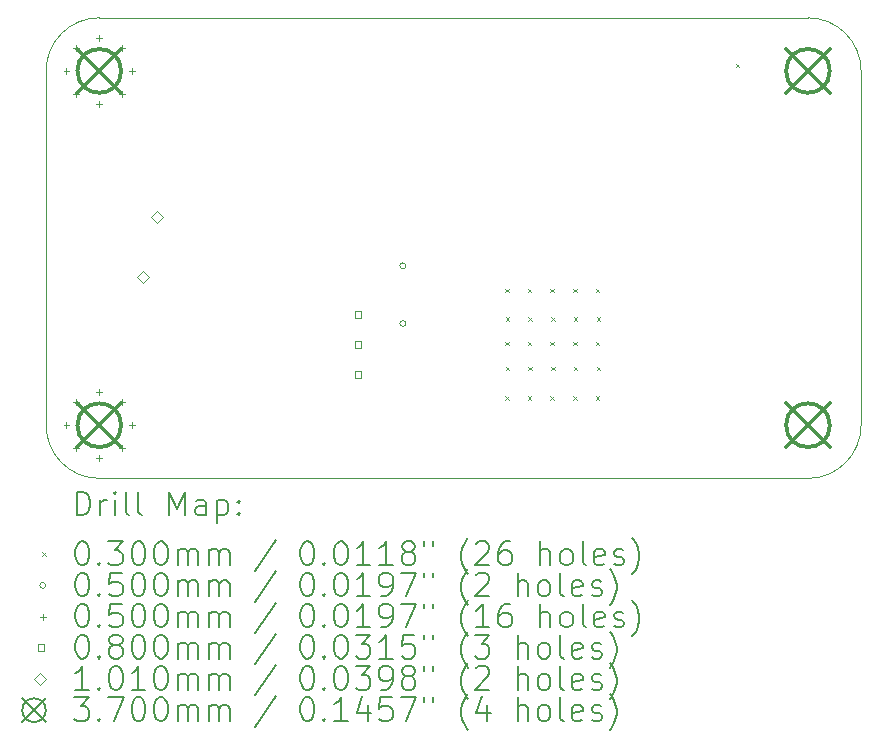
<source format=gbr>
%TF.GenerationSoftware,KiCad,Pcbnew,8.0.5*%
%TF.CreationDate,2024-10-22T02:27:30+03:00*%
%TF.ProjectId,DC36_DC5,44433336-5f44-4433-952e-6b696361645f,rev?*%
%TF.SameCoordinates,Original*%
%TF.FileFunction,Drillmap*%
%TF.FilePolarity,Positive*%
%FSLAX45Y45*%
G04 Gerber Fmt 4.5, Leading zero omitted, Abs format (unit mm)*
G04 Created by KiCad (PCBNEW 8.0.5) date 2024-10-22 02:27:30*
%MOMM*%
%LPD*%
G01*
G04 APERTURE LIST*
%ADD10C,0.050000*%
%ADD11C,0.200000*%
%ADD12C,0.100000*%
%ADD13C,0.101000*%
%ADD14C,0.370000*%
G04 APERTURE END LIST*
D10*
X15777300Y-11095400D02*
G75*
G02*
X15327300Y-11545400I-450000J0D01*
G01*
X9327300Y-7645400D02*
X15327300Y-7645400D01*
X15777300Y-11095400D02*
X15777300Y-8095400D01*
X8877300Y-8095400D02*
G75*
G02*
X9327300Y-7645400I450000J0D01*
G01*
X9327300Y-11545400D02*
G75*
G02*
X8877300Y-11095400I0J450000D01*
G01*
X15327300Y-7645400D02*
G75*
G02*
X15777300Y-8095400I0J-450000D01*
G01*
X9327300Y-11545400D02*
X15327300Y-11545400D01*
X8877300Y-11095400D02*
X8877300Y-8095400D01*
D11*
D12*
X12762300Y-9940400D02*
X12792300Y-9970400D01*
X12792300Y-9940400D02*
X12762300Y-9970400D01*
X12762300Y-10390400D02*
X12792300Y-10420400D01*
X12792300Y-10390400D02*
X12762300Y-10420400D01*
X12762300Y-10850400D02*
X12792300Y-10880400D01*
X12792300Y-10850400D02*
X12762300Y-10880400D01*
X12767300Y-10180400D02*
X12797300Y-10210400D01*
X12797300Y-10180400D02*
X12767300Y-10210400D01*
X12767300Y-10600400D02*
X12797300Y-10630400D01*
X12797300Y-10600400D02*
X12767300Y-10630400D01*
X12954800Y-9940400D02*
X12984800Y-9970400D01*
X12984800Y-9940400D02*
X12954800Y-9970400D01*
X12954800Y-10390400D02*
X12984800Y-10420400D01*
X12984800Y-10390400D02*
X12954800Y-10420400D01*
X12954800Y-10850400D02*
X12984800Y-10880400D01*
X12984800Y-10850400D02*
X12954800Y-10880400D01*
X12959800Y-10180400D02*
X12989800Y-10210400D01*
X12989800Y-10180400D02*
X12959800Y-10210400D01*
X12959800Y-10600400D02*
X12989800Y-10630400D01*
X12989800Y-10600400D02*
X12959800Y-10630400D01*
X13147300Y-9940400D02*
X13177300Y-9970400D01*
X13177300Y-9940400D02*
X13147300Y-9970400D01*
X13147300Y-10390400D02*
X13177300Y-10420400D01*
X13177300Y-10390400D02*
X13147300Y-10420400D01*
X13147300Y-10850400D02*
X13177300Y-10880400D01*
X13177300Y-10850400D02*
X13147300Y-10880400D01*
X13152300Y-10180400D02*
X13182300Y-10210400D01*
X13182300Y-10180400D02*
X13152300Y-10210400D01*
X13152300Y-10600400D02*
X13182300Y-10630400D01*
X13182300Y-10600400D02*
X13152300Y-10630400D01*
X13339800Y-9940400D02*
X13369800Y-9970400D01*
X13369800Y-9940400D02*
X13339800Y-9970400D01*
X13339800Y-10390400D02*
X13369800Y-10420400D01*
X13369800Y-10390400D02*
X13339800Y-10420400D01*
X13339800Y-10850400D02*
X13369800Y-10880400D01*
X13369800Y-10850400D02*
X13339800Y-10880400D01*
X13344800Y-10180400D02*
X13374800Y-10210400D01*
X13374800Y-10180400D02*
X13344800Y-10210400D01*
X13344800Y-10600400D02*
X13374800Y-10630400D01*
X13374800Y-10600400D02*
X13344800Y-10630400D01*
X13532300Y-9940400D02*
X13562300Y-9970400D01*
X13562300Y-9940400D02*
X13532300Y-9970400D01*
X13532300Y-10390400D02*
X13562300Y-10420400D01*
X13562300Y-10390400D02*
X13532300Y-10420400D01*
X13532300Y-10850400D02*
X13562300Y-10880400D01*
X13562300Y-10850400D02*
X13532300Y-10880400D01*
X13537300Y-10180400D02*
X13567300Y-10210400D01*
X13567300Y-10180400D02*
X13537300Y-10210400D01*
X13537300Y-10600400D02*
X13567300Y-10630400D01*
X13567300Y-10600400D02*
X13537300Y-10630400D01*
X14717000Y-8035600D02*
X14747000Y-8065600D01*
X14747000Y-8035600D02*
X14717000Y-8065600D01*
X11922300Y-9745400D02*
G75*
G02*
X11872300Y-9745400I-25000J0D01*
G01*
X11872300Y-9745400D02*
G75*
G02*
X11922300Y-9745400I25000J0D01*
G01*
X11923400Y-10234200D02*
G75*
G02*
X11873400Y-10234200I-25000J0D01*
G01*
X11873400Y-10234200D02*
G75*
G02*
X11923400Y-10234200I25000J0D01*
G01*
X9049800Y-8070400D02*
X9049800Y-8120400D01*
X9024800Y-8095400D02*
X9074800Y-8095400D01*
X9049800Y-11070400D02*
X9049800Y-11120400D01*
X9024800Y-11095400D02*
X9074800Y-11095400D01*
X9131078Y-7874178D02*
X9131078Y-7924178D01*
X9106078Y-7899178D02*
X9156078Y-7899178D01*
X9131078Y-8266622D02*
X9131078Y-8316622D01*
X9106078Y-8291622D02*
X9156078Y-8291622D01*
X9131078Y-10874178D02*
X9131078Y-10924178D01*
X9106078Y-10899178D02*
X9156078Y-10899178D01*
X9131078Y-11266622D02*
X9131078Y-11316622D01*
X9106078Y-11291622D02*
X9156078Y-11291622D01*
X9327300Y-7792900D02*
X9327300Y-7842900D01*
X9302300Y-7817900D02*
X9352300Y-7817900D01*
X9327300Y-8347900D02*
X9327300Y-8397900D01*
X9302300Y-8372900D02*
X9352300Y-8372900D01*
X9327300Y-10792900D02*
X9327300Y-10842900D01*
X9302300Y-10817900D02*
X9352300Y-10817900D01*
X9327300Y-11347900D02*
X9327300Y-11397900D01*
X9302300Y-11372900D02*
X9352300Y-11372900D01*
X9523522Y-7874178D02*
X9523522Y-7924178D01*
X9498522Y-7899178D02*
X9548522Y-7899178D01*
X9523522Y-8266622D02*
X9523522Y-8316622D01*
X9498522Y-8291622D02*
X9548522Y-8291622D01*
X9523522Y-10874178D02*
X9523522Y-10924178D01*
X9498522Y-10899178D02*
X9548522Y-10899178D01*
X9523522Y-11266622D02*
X9523522Y-11316622D01*
X9498522Y-11291622D02*
X9548522Y-11291622D01*
X9604800Y-8070400D02*
X9604800Y-8120400D01*
X9579800Y-8095400D02*
X9629800Y-8095400D01*
X9604800Y-11070400D02*
X9604800Y-11120400D01*
X9579800Y-11095400D02*
X9629800Y-11095400D01*
X11545584Y-10188285D02*
X11545584Y-10131716D01*
X11489015Y-10131716D01*
X11489015Y-10188285D01*
X11545584Y-10188285D01*
X11545584Y-10442285D02*
X11545584Y-10385716D01*
X11489015Y-10385716D01*
X11489015Y-10442285D01*
X11545584Y-10442285D01*
X11545584Y-10696285D02*
X11545584Y-10639716D01*
X11489015Y-10639716D01*
X11489015Y-10696285D01*
X11545584Y-10696285D01*
D13*
X9697300Y-9890900D02*
X9747800Y-9840400D01*
X9697300Y-9789900D01*
X9646800Y-9840400D01*
X9697300Y-9890900D01*
X9817300Y-9380900D02*
X9867800Y-9330400D01*
X9817300Y-9279900D01*
X9766800Y-9330400D01*
X9817300Y-9380900D01*
D14*
X9142300Y-7910400D02*
X9512300Y-8280400D01*
X9512300Y-7910400D02*
X9142300Y-8280400D01*
X9512300Y-8095400D02*
G75*
G02*
X9142300Y-8095400I-185000J0D01*
G01*
X9142300Y-8095400D02*
G75*
G02*
X9512300Y-8095400I185000J0D01*
G01*
X9142300Y-10910400D02*
X9512300Y-11280400D01*
X9512300Y-10910400D02*
X9142300Y-11280400D01*
X9512300Y-11095400D02*
G75*
G02*
X9142300Y-11095400I-185000J0D01*
G01*
X9142300Y-11095400D02*
G75*
G02*
X9512300Y-11095400I185000J0D01*
G01*
X15142300Y-7910400D02*
X15512300Y-8280400D01*
X15512300Y-7910400D02*
X15142300Y-8280400D01*
X15512300Y-8095400D02*
G75*
G02*
X15142300Y-8095400I-185000J0D01*
G01*
X15142300Y-8095400D02*
G75*
G02*
X15512300Y-8095400I185000J0D01*
G01*
X15142300Y-10910400D02*
X15512300Y-11280400D01*
X15512300Y-10910400D02*
X15142300Y-11280400D01*
X15512300Y-11095400D02*
G75*
G02*
X15142300Y-11095400I-185000J0D01*
G01*
X15142300Y-11095400D02*
G75*
G02*
X15512300Y-11095400I185000J0D01*
G01*
D11*
X9135577Y-11859384D02*
X9135577Y-11659384D01*
X9135577Y-11659384D02*
X9183196Y-11659384D01*
X9183196Y-11659384D02*
X9211767Y-11668908D01*
X9211767Y-11668908D02*
X9230815Y-11687955D01*
X9230815Y-11687955D02*
X9240339Y-11707003D01*
X9240339Y-11707003D02*
X9249863Y-11745098D01*
X9249863Y-11745098D02*
X9249863Y-11773669D01*
X9249863Y-11773669D02*
X9240339Y-11811765D01*
X9240339Y-11811765D02*
X9230815Y-11830812D01*
X9230815Y-11830812D02*
X9211767Y-11849860D01*
X9211767Y-11849860D02*
X9183196Y-11859384D01*
X9183196Y-11859384D02*
X9135577Y-11859384D01*
X9335577Y-11859384D02*
X9335577Y-11726050D01*
X9335577Y-11764146D02*
X9345101Y-11745098D01*
X9345101Y-11745098D02*
X9354624Y-11735574D01*
X9354624Y-11735574D02*
X9373672Y-11726050D01*
X9373672Y-11726050D02*
X9392720Y-11726050D01*
X9459386Y-11859384D02*
X9459386Y-11726050D01*
X9459386Y-11659384D02*
X9449863Y-11668908D01*
X9449863Y-11668908D02*
X9459386Y-11678431D01*
X9459386Y-11678431D02*
X9468910Y-11668908D01*
X9468910Y-11668908D02*
X9459386Y-11659384D01*
X9459386Y-11659384D02*
X9459386Y-11678431D01*
X9583196Y-11859384D02*
X9564148Y-11849860D01*
X9564148Y-11849860D02*
X9554624Y-11830812D01*
X9554624Y-11830812D02*
X9554624Y-11659384D01*
X9687958Y-11859384D02*
X9668910Y-11849860D01*
X9668910Y-11849860D02*
X9659386Y-11830812D01*
X9659386Y-11830812D02*
X9659386Y-11659384D01*
X9916529Y-11859384D02*
X9916529Y-11659384D01*
X9916529Y-11659384D02*
X9983196Y-11802241D01*
X9983196Y-11802241D02*
X10049863Y-11659384D01*
X10049863Y-11659384D02*
X10049863Y-11859384D01*
X10230815Y-11859384D02*
X10230815Y-11754622D01*
X10230815Y-11754622D02*
X10221291Y-11735574D01*
X10221291Y-11735574D02*
X10202244Y-11726050D01*
X10202244Y-11726050D02*
X10164148Y-11726050D01*
X10164148Y-11726050D02*
X10145101Y-11735574D01*
X10230815Y-11849860D02*
X10211767Y-11859384D01*
X10211767Y-11859384D02*
X10164148Y-11859384D01*
X10164148Y-11859384D02*
X10145101Y-11849860D01*
X10145101Y-11849860D02*
X10135577Y-11830812D01*
X10135577Y-11830812D02*
X10135577Y-11811765D01*
X10135577Y-11811765D02*
X10145101Y-11792717D01*
X10145101Y-11792717D02*
X10164148Y-11783193D01*
X10164148Y-11783193D02*
X10211767Y-11783193D01*
X10211767Y-11783193D02*
X10230815Y-11773669D01*
X10326053Y-11726050D02*
X10326053Y-11926050D01*
X10326053Y-11735574D02*
X10345101Y-11726050D01*
X10345101Y-11726050D02*
X10383196Y-11726050D01*
X10383196Y-11726050D02*
X10402244Y-11735574D01*
X10402244Y-11735574D02*
X10411767Y-11745098D01*
X10411767Y-11745098D02*
X10421291Y-11764146D01*
X10421291Y-11764146D02*
X10421291Y-11821288D01*
X10421291Y-11821288D02*
X10411767Y-11840336D01*
X10411767Y-11840336D02*
X10402244Y-11849860D01*
X10402244Y-11849860D02*
X10383196Y-11859384D01*
X10383196Y-11859384D02*
X10345101Y-11859384D01*
X10345101Y-11859384D02*
X10326053Y-11849860D01*
X10507005Y-11840336D02*
X10516529Y-11849860D01*
X10516529Y-11849860D02*
X10507005Y-11859384D01*
X10507005Y-11859384D02*
X10497482Y-11849860D01*
X10497482Y-11849860D02*
X10507005Y-11840336D01*
X10507005Y-11840336D02*
X10507005Y-11859384D01*
X10507005Y-11735574D02*
X10516529Y-11745098D01*
X10516529Y-11745098D02*
X10507005Y-11754622D01*
X10507005Y-11754622D02*
X10497482Y-11745098D01*
X10497482Y-11745098D02*
X10507005Y-11735574D01*
X10507005Y-11735574D02*
X10507005Y-11754622D01*
D12*
X8844800Y-12172900D02*
X8874800Y-12202900D01*
X8874800Y-12172900D02*
X8844800Y-12202900D01*
D11*
X9173672Y-12079384D02*
X9192720Y-12079384D01*
X9192720Y-12079384D02*
X9211767Y-12088908D01*
X9211767Y-12088908D02*
X9221291Y-12098431D01*
X9221291Y-12098431D02*
X9230815Y-12117479D01*
X9230815Y-12117479D02*
X9240339Y-12155574D01*
X9240339Y-12155574D02*
X9240339Y-12203193D01*
X9240339Y-12203193D02*
X9230815Y-12241288D01*
X9230815Y-12241288D02*
X9221291Y-12260336D01*
X9221291Y-12260336D02*
X9211767Y-12269860D01*
X9211767Y-12269860D02*
X9192720Y-12279384D01*
X9192720Y-12279384D02*
X9173672Y-12279384D01*
X9173672Y-12279384D02*
X9154624Y-12269860D01*
X9154624Y-12269860D02*
X9145101Y-12260336D01*
X9145101Y-12260336D02*
X9135577Y-12241288D01*
X9135577Y-12241288D02*
X9126053Y-12203193D01*
X9126053Y-12203193D02*
X9126053Y-12155574D01*
X9126053Y-12155574D02*
X9135577Y-12117479D01*
X9135577Y-12117479D02*
X9145101Y-12098431D01*
X9145101Y-12098431D02*
X9154624Y-12088908D01*
X9154624Y-12088908D02*
X9173672Y-12079384D01*
X9326053Y-12260336D02*
X9335577Y-12269860D01*
X9335577Y-12269860D02*
X9326053Y-12279384D01*
X9326053Y-12279384D02*
X9316529Y-12269860D01*
X9316529Y-12269860D02*
X9326053Y-12260336D01*
X9326053Y-12260336D02*
X9326053Y-12279384D01*
X9402244Y-12079384D02*
X9526053Y-12079384D01*
X9526053Y-12079384D02*
X9459386Y-12155574D01*
X9459386Y-12155574D02*
X9487958Y-12155574D01*
X9487958Y-12155574D02*
X9507005Y-12165098D01*
X9507005Y-12165098D02*
X9516529Y-12174622D01*
X9516529Y-12174622D02*
X9526053Y-12193669D01*
X9526053Y-12193669D02*
X9526053Y-12241288D01*
X9526053Y-12241288D02*
X9516529Y-12260336D01*
X9516529Y-12260336D02*
X9507005Y-12269860D01*
X9507005Y-12269860D02*
X9487958Y-12279384D01*
X9487958Y-12279384D02*
X9430815Y-12279384D01*
X9430815Y-12279384D02*
X9411767Y-12269860D01*
X9411767Y-12269860D02*
X9402244Y-12260336D01*
X9649863Y-12079384D02*
X9668910Y-12079384D01*
X9668910Y-12079384D02*
X9687958Y-12088908D01*
X9687958Y-12088908D02*
X9697482Y-12098431D01*
X9697482Y-12098431D02*
X9707005Y-12117479D01*
X9707005Y-12117479D02*
X9716529Y-12155574D01*
X9716529Y-12155574D02*
X9716529Y-12203193D01*
X9716529Y-12203193D02*
X9707005Y-12241288D01*
X9707005Y-12241288D02*
X9697482Y-12260336D01*
X9697482Y-12260336D02*
X9687958Y-12269860D01*
X9687958Y-12269860D02*
X9668910Y-12279384D01*
X9668910Y-12279384D02*
X9649863Y-12279384D01*
X9649863Y-12279384D02*
X9630815Y-12269860D01*
X9630815Y-12269860D02*
X9621291Y-12260336D01*
X9621291Y-12260336D02*
X9611767Y-12241288D01*
X9611767Y-12241288D02*
X9602244Y-12203193D01*
X9602244Y-12203193D02*
X9602244Y-12155574D01*
X9602244Y-12155574D02*
X9611767Y-12117479D01*
X9611767Y-12117479D02*
X9621291Y-12098431D01*
X9621291Y-12098431D02*
X9630815Y-12088908D01*
X9630815Y-12088908D02*
X9649863Y-12079384D01*
X9840339Y-12079384D02*
X9859386Y-12079384D01*
X9859386Y-12079384D02*
X9878434Y-12088908D01*
X9878434Y-12088908D02*
X9887958Y-12098431D01*
X9887958Y-12098431D02*
X9897482Y-12117479D01*
X9897482Y-12117479D02*
X9907005Y-12155574D01*
X9907005Y-12155574D02*
X9907005Y-12203193D01*
X9907005Y-12203193D02*
X9897482Y-12241288D01*
X9897482Y-12241288D02*
X9887958Y-12260336D01*
X9887958Y-12260336D02*
X9878434Y-12269860D01*
X9878434Y-12269860D02*
X9859386Y-12279384D01*
X9859386Y-12279384D02*
X9840339Y-12279384D01*
X9840339Y-12279384D02*
X9821291Y-12269860D01*
X9821291Y-12269860D02*
X9811767Y-12260336D01*
X9811767Y-12260336D02*
X9802244Y-12241288D01*
X9802244Y-12241288D02*
X9792720Y-12203193D01*
X9792720Y-12203193D02*
X9792720Y-12155574D01*
X9792720Y-12155574D02*
X9802244Y-12117479D01*
X9802244Y-12117479D02*
X9811767Y-12098431D01*
X9811767Y-12098431D02*
X9821291Y-12088908D01*
X9821291Y-12088908D02*
X9840339Y-12079384D01*
X9992720Y-12279384D02*
X9992720Y-12146050D01*
X9992720Y-12165098D02*
X10002244Y-12155574D01*
X10002244Y-12155574D02*
X10021291Y-12146050D01*
X10021291Y-12146050D02*
X10049863Y-12146050D01*
X10049863Y-12146050D02*
X10068910Y-12155574D01*
X10068910Y-12155574D02*
X10078434Y-12174622D01*
X10078434Y-12174622D02*
X10078434Y-12279384D01*
X10078434Y-12174622D02*
X10087958Y-12155574D01*
X10087958Y-12155574D02*
X10107005Y-12146050D01*
X10107005Y-12146050D02*
X10135577Y-12146050D01*
X10135577Y-12146050D02*
X10154625Y-12155574D01*
X10154625Y-12155574D02*
X10164148Y-12174622D01*
X10164148Y-12174622D02*
X10164148Y-12279384D01*
X10259386Y-12279384D02*
X10259386Y-12146050D01*
X10259386Y-12165098D02*
X10268910Y-12155574D01*
X10268910Y-12155574D02*
X10287958Y-12146050D01*
X10287958Y-12146050D02*
X10316529Y-12146050D01*
X10316529Y-12146050D02*
X10335577Y-12155574D01*
X10335577Y-12155574D02*
X10345101Y-12174622D01*
X10345101Y-12174622D02*
X10345101Y-12279384D01*
X10345101Y-12174622D02*
X10354625Y-12155574D01*
X10354625Y-12155574D02*
X10373672Y-12146050D01*
X10373672Y-12146050D02*
X10402244Y-12146050D01*
X10402244Y-12146050D02*
X10421291Y-12155574D01*
X10421291Y-12155574D02*
X10430815Y-12174622D01*
X10430815Y-12174622D02*
X10430815Y-12279384D01*
X10821291Y-12069860D02*
X10649863Y-12327003D01*
X11078434Y-12079384D02*
X11097482Y-12079384D01*
X11097482Y-12079384D02*
X11116529Y-12088908D01*
X11116529Y-12088908D02*
X11126053Y-12098431D01*
X11126053Y-12098431D02*
X11135577Y-12117479D01*
X11135577Y-12117479D02*
X11145101Y-12155574D01*
X11145101Y-12155574D02*
X11145101Y-12203193D01*
X11145101Y-12203193D02*
X11135577Y-12241288D01*
X11135577Y-12241288D02*
X11126053Y-12260336D01*
X11126053Y-12260336D02*
X11116529Y-12269860D01*
X11116529Y-12269860D02*
X11097482Y-12279384D01*
X11097482Y-12279384D02*
X11078434Y-12279384D01*
X11078434Y-12279384D02*
X11059387Y-12269860D01*
X11059387Y-12269860D02*
X11049863Y-12260336D01*
X11049863Y-12260336D02*
X11040339Y-12241288D01*
X11040339Y-12241288D02*
X11030815Y-12203193D01*
X11030815Y-12203193D02*
X11030815Y-12155574D01*
X11030815Y-12155574D02*
X11040339Y-12117479D01*
X11040339Y-12117479D02*
X11049863Y-12098431D01*
X11049863Y-12098431D02*
X11059387Y-12088908D01*
X11059387Y-12088908D02*
X11078434Y-12079384D01*
X11230815Y-12260336D02*
X11240339Y-12269860D01*
X11240339Y-12269860D02*
X11230815Y-12279384D01*
X11230815Y-12279384D02*
X11221291Y-12269860D01*
X11221291Y-12269860D02*
X11230815Y-12260336D01*
X11230815Y-12260336D02*
X11230815Y-12279384D01*
X11364148Y-12079384D02*
X11383196Y-12079384D01*
X11383196Y-12079384D02*
X11402244Y-12088908D01*
X11402244Y-12088908D02*
X11411767Y-12098431D01*
X11411767Y-12098431D02*
X11421291Y-12117479D01*
X11421291Y-12117479D02*
X11430815Y-12155574D01*
X11430815Y-12155574D02*
X11430815Y-12203193D01*
X11430815Y-12203193D02*
X11421291Y-12241288D01*
X11421291Y-12241288D02*
X11411767Y-12260336D01*
X11411767Y-12260336D02*
X11402244Y-12269860D01*
X11402244Y-12269860D02*
X11383196Y-12279384D01*
X11383196Y-12279384D02*
X11364148Y-12279384D01*
X11364148Y-12279384D02*
X11345101Y-12269860D01*
X11345101Y-12269860D02*
X11335577Y-12260336D01*
X11335577Y-12260336D02*
X11326053Y-12241288D01*
X11326053Y-12241288D02*
X11316529Y-12203193D01*
X11316529Y-12203193D02*
X11316529Y-12155574D01*
X11316529Y-12155574D02*
X11326053Y-12117479D01*
X11326053Y-12117479D02*
X11335577Y-12098431D01*
X11335577Y-12098431D02*
X11345101Y-12088908D01*
X11345101Y-12088908D02*
X11364148Y-12079384D01*
X11621291Y-12279384D02*
X11507006Y-12279384D01*
X11564148Y-12279384D02*
X11564148Y-12079384D01*
X11564148Y-12079384D02*
X11545101Y-12107955D01*
X11545101Y-12107955D02*
X11526053Y-12127003D01*
X11526053Y-12127003D02*
X11507006Y-12136527D01*
X11811767Y-12279384D02*
X11697482Y-12279384D01*
X11754625Y-12279384D02*
X11754625Y-12079384D01*
X11754625Y-12079384D02*
X11735577Y-12107955D01*
X11735577Y-12107955D02*
X11716529Y-12127003D01*
X11716529Y-12127003D02*
X11697482Y-12136527D01*
X11926053Y-12165098D02*
X11907006Y-12155574D01*
X11907006Y-12155574D02*
X11897482Y-12146050D01*
X11897482Y-12146050D02*
X11887958Y-12127003D01*
X11887958Y-12127003D02*
X11887958Y-12117479D01*
X11887958Y-12117479D02*
X11897482Y-12098431D01*
X11897482Y-12098431D02*
X11907006Y-12088908D01*
X11907006Y-12088908D02*
X11926053Y-12079384D01*
X11926053Y-12079384D02*
X11964148Y-12079384D01*
X11964148Y-12079384D02*
X11983196Y-12088908D01*
X11983196Y-12088908D02*
X11992720Y-12098431D01*
X11992720Y-12098431D02*
X12002244Y-12117479D01*
X12002244Y-12117479D02*
X12002244Y-12127003D01*
X12002244Y-12127003D02*
X11992720Y-12146050D01*
X11992720Y-12146050D02*
X11983196Y-12155574D01*
X11983196Y-12155574D02*
X11964148Y-12165098D01*
X11964148Y-12165098D02*
X11926053Y-12165098D01*
X11926053Y-12165098D02*
X11907006Y-12174622D01*
X11907006Y-12174622D02*
X11897482Y-12184146D01*
X11897482Y-12184146D02*
X11887958Y-12203193D01*
X11887958Y-12203193D02*
X11887958Y-12241288D01*
X11887958Y-12241288D02*
X11897482Y-12260336D01*
X11897482Y-12260336D02*
X11907006Y-12269860D01*
X11907006Y-12269860D02*
X11926053Y-12279384D01*
X11926053Y-12279384D02*
X11964148Y-12279384D01*
X11964148Y-12279384D02*
X11983196Y-12269860D01*
X11983196Y-12269860D02*
X11992720Y-12260336D01*
X11992720Y-12260336D02*
X12002244Y-12241288D01*
X12002244Y-12241288D02*
X12002244Y-12203193D01*
X12002244Y-12203193D02*
X11992720Y-12184146D01*
X11992720Y-12184146D02*
X11983196Y-12174622D01*
X11983196Y-12174622D02*
X11964148Y-12165098D01*
X12078434Y-12079384D02*
X12078434Y-12117479D01*
X12154625Y-12079384D02*
X12154625Y-12117479D01*
X12449863Y-12355574D02*
X12440339Y-12346050D01*
X12440339Y-12346050D02*
X12421291Y-12317479D01*
X12421291Y-12317479D02*
X12411768Y-12298431D01*
X12411768Y-12298431D02*
X12402244Y-12269860D01*
X12402244Y-12269860D02*
X12392720Y-12222241D01*
X12392720Y-12222241D02*
X12392720Y-12184146D01*
X12392720Y-12184146D02*
X12402244Y-12136527D01*
X12402244Y-12136527D02*
X12411768Y-12107955D01*
X12411768Y-12107955D02*
X12421291Y-12088908D01*
X12421291Y-12088908D02*
X12440339Y-12060336D01*
X12440339Y-12060336D02*
X12449863Y-12050812D01*
X12516529Y-12098431D02*
X12526053Y-12088908D01*
X12526053Y-12088908D02*
X12545101Y-12079384D01*
X12545101Y-12079384D02*
X12592720Y-12079384D01*
X12592720Y-12079384D02*
X12611768Y-12088908D01*
X12611768Y-12088908D02*
X12621291Y-12098431D01*
X12621291Y-12098431D02*
X12630815Y-12117479D01*
X12630815Y-12117479D02*
X12630815Y-12136527D01*
X12630815Y-12136527D02*
X12621291Y-12165098D01*
X12621291Y-12165098D02*
X12507006Y-12279384D01*
X12507006Y-12279384D02*
X12630815Y-12279384D01*
X12802244Y-12079384D02*
X12764148Y-12079384D01*
X12764148Y-12079384D02*
X12745101Y-12088908D01*
X12745101Y-12088908D02*
X12735577Y-12098431D01*
X12735577Y-12098431D02*
X12716529Y-12127003D01*
X12716529Y-12127003D02*
X12707006Y-12165098D01*
X12707006Y-12165098D02*
X12707006Y-12241288D01*
X12707006Y-12241288D02*
X12716529Y-12260336D01*
X12716529Y-12260336D02*
X12726053Y-12269860D01*
X12726053Y-12269860D02*
X12745101Y-12279384D01*
X12745101Y-12279384D02*
X12783196Y-12279384D01*
X12783196Y-12279384D02*
X12802244Y-12269860D01*
X12802244Y-12269860D02*
X12811768Y-12260336D01*
X12811768Y-12260336D02*
X12821291Y-12241288D01*
X12821291Y-12241288D02*
X12821291Y-12193669D01*
X12821291Y-12193669D02*
X12811768Y-12174622D01*
X12811768Y-12174622D02*
X12802244Y-12165098D01*
X12802244Y-12165098D02*
X12783196Y-12155574D01*
X12783196Y-12155574D02*
X12745101Y-12155574D01*
X12745101Y-12155574D02*
X12726053Y-12165098D01*
X12726053Y-12165098D02*
X12716529Y-12174622D01*
X12716529Y-12174622D02*
X12707006Y-12193669D01*
X13059387Y-12279384D02*
X13059387Y-12079384D01*
X13145101Y-12279384D02*
X13145101Y-12174622D01*
X13145101Y-12174622D02*
X13135577Y-12155574D01*
X13135577Y-12155574D02*
X13116530Y-12146050D01*
X13116530Y-12146050D02*
X13087958Y-12146050D01*
X13087958Y-12146050D02*
X13068910Y-12155574D01*
X13068910Y-12155574D02*
X13059387Y-12165098D01*
X13268910Y-12279384D02*
X13249863Y-12269860D01*
X13249863Y-12269860D02*
X13240339Y-12260336D01*
X13240339Y-12260336D02*
X13230815Y-12241288D01*
X13230815Y-12241288D02*
X13230815Y-12184146D01*
X13230815Y-12184146D02*
X13240339Y-12165098D01*
X13240339Y-12165098D02*
X13249863Y-12155574D01*
X13249863Y-12155574D02*
X13268910Y-12146050D01*
X13268910Y-12146050D02*
X13297482Y-12146050D01*
X13297482Y-12146050D02*
X13316530Y-12155574D01*
X13316530Y-12155574D02*
X13326053Y-12165098D01*
X13326053Y-12165098D02*
X13335577Y-12184146D01*
X13335577Y-12184146D02*
X13335577Y-12241288D01*
X13335577Y-12241288D02*
X13326053Y-12260336D01*
X13326053Y-12260336D02*
X13316530Y-12269860D01*
X13316530Y-12269860D02*
X13297482Y-12279384D01*
X13297482Y-12279384D02*
X13268910Y-12279384D01*
X13449863Y-12279384D02*
X13430815Y-12269860D01*
X13430815Y-12269860D02*
X13421291Y-12250812D01*
X13421291Y-12250812D02*
X13421291Y-12079384D01*
X13602244Y-12269860D02*
X13583196Y-12279384D01*
X13583196Y-12279384D02*
X13545101Y-12279384D01*
X13545101Y-12279384D02*
X13526053Y-12269860D01*
X13526053Y-12269860D02*
X13516530Y-12250812D01*
X13516530Y-12250812D02*
X13516530Y-12174622D01*
X13516530Y-12174622D02*
X13526053Y-12155574D01*
X13526053Y-12155574D02*
X13545101Y-12146050D01*
X13545101Y-12146050D02*
X13583196Y-12146050D01*
X13583196Y-12146050D02*
X13602244Y-12155574D01*
X13602244Y-12155574D02*
X13611768Y-12174622D01*
X13611768Y-12174622D02*
X13611768Y-12193669D01*
X13611768Y-12193669D02*
X13516530Y-12212717D01*
X13687958Y-12269860D02*
X13707006Y-12279384D01*
X13707006Y-12279384D02*
X13745101Y-12279384D01*
X13745101Y-12279384D02*
X13764149Y-12269860D01*
X13764149Y-12269860D02*
X13773672Y-12250812D01*
X13773672Y-12250812D02*
X13773672Y-12241288D01*
X13773672Y-12241288D02*
X13764149Y-12222241D01*
X13764149Y-12222241D02*
X13745101Y-12212717D01*
X13745101Y-12212717D02*
X13716530Y-12212717D01*
X13716530Y-12212717D02*
X13697482Y-12203193D01*
X13697482Y-12203193D02*
X13687958Y-12184146D01*
X13687958Y-12184146D02*
X13687958Y-12174622D01*
X13687958Y-12174622D02*
X13697482Y-12155574D01*
X13697482Y-12155574D02*
X13716530Y-12146050D01*
X13716530Y-12146050D02*
X13745101Y-12146050D01*
X13745101Y-12146050D02*
X13764149Y-12155574D01*
X13840339Y-12355574D02*
X13849863Y-12346050D01*
X13849863Y-12346050D02*
X13868911Y-12317479D01*
X13868911Y-12317479D02*
X13878434Y-12298431D01*
X13878434Y-12298431D02*
X13887958Y-12269860D01*
X13887958Y-12269860D02*
X13897482Y-12222241D01*
X13897482Y-12222241D02*
X13897482Y-12184146D01*
X13897482Y-12184146D02*
X13887958Y-12136527D01*
X13887958Y-12136527D02*
X13878434Y-12107955D01*
X13878434Y-12107955D02*
X13868911Y-12088908D01*
X13868911Y-12088908D02*
X13849863Y-12060336D01*
X13849863Y-12060336D02*
X13840339Y-12050812D01*
D12*
X8874800Y-12451900D02*
G75*
G02*
X8824800Y-12451900I-25000J0D01*
G01*
X8824800Y-12451900D02*
G75*
G02*
X8874800Y-12451900I25000J0D01*
G01*
D11*
X9173672Y-12343384D02*
X9192720Y-12343384D01*
X9192720Y-12343384D02*
X9211767Y-12352908D01*
X9211767Y-12352908D02*
X9221291Y-12362431D01*
X9221291Y-12362431D02*
X9230815Y-12381479D01*
X9230815Y-12381479D02*
X9240339Y-12419574D01*
X9240339Y-12419574D02*
X9240339Y-12467193D01*
X9240339Y-12467193D02*
X9230815Y-12505288D01*
X9230815Y-12505288D02*
X9221291Y-12524336D01*
X9221291Y-12524336D02*
X9211767Y-12533860D01*
X9211767Y-12533860D02*
X9192720Y-12543384D01*
X9192720Y-12543384D02*
X9173672Y-12543384D01*
X9173672Y-12543384D02*
X9154624Y-12533860D01*
X9154624Y-12533860D02*
X9145101Y-12524336D01*
X9145101Y-12524336D02*
X9135577Y-12505288D01*
X9135577Y-12505288D02*
X9126053Y-12467193D01*
X9126053Y-12467193D02*
X9126053Y-12419574D01*
X9126053Y-12419574D02*
X9135577Y-12381479D01*
X9135577Y-12381479D02*
X9145101Y-12362431D01*
X9145101Y-12362431D02*
X9154624Y-12352908D01*
X9154624Y-12352908D02*
X9173672Y-12343384D01*
X9326053Y-12524336D02*
X9335577Y-12533860D01*
X9335577Y-12533860D02*
X9326053Y-12543384D01*
X9326053Y-12543384D02*
X9316529Y-12533860D01*
X9316529Y-12533860D02*
X9326053Y-12524336D01*
X9326053Y-12524336D02*
X9326053Y-12543384D01*
X9516529Y-12343384D02*
X9421291Y-12343384D01*
X9421291Y-12343384D02*
X9411767Y-12438622D01*
X9411767Y-12438622D02*
X9421291Y-12429098D01*
X9421291Y-12429098D02*
X9440339Y-12419574D01*
X9440339Y-12419574D02*
X9487958Y-12419574D01*
X9487958Y-12419574D02*
X9507005Y-12429098D01*
X9507005Y-12429098D02*
X9516529Y-12438622D01*
X9516529Y-12438622D02*
X9526053Y-12457669D01*
X9526053Y-12457669D02*
X9526053Y-12505288D01*
X9526053Y-12505288D02*
X9516529Y-12524336D01*
X9516529Y-12524336D02*
X9507005Y-12533860D01*
X9507005Y-12533860D02*
X9487958Y-12543384D01*
X9487958Y-12543384D02*
X9440339Y-12543384D01*
X9440339Y-12543384D02*
X9421291Y-12533860D01*
X9421291Y-12533860D02*
X9411767Y-12524336D01*
X9649863Y-12343384D02*
X9668910Y-12343384D01*
X9668910Y-12343384D02*
X9687958Y-12352908D01*
X9687958Y-12352908D02*
X9697482Y-12362431D01*
X9697482Y-12362431D02*
X9707005Y-12381479D01*
X9707005Y-12381479D02*
X9716529Y-12419574D01*
X9716529Y-12419574D02*
X9716529Y-12467193D01*
X9716529Y-12467193D02*
X9707005Y-12505288D01*
X9707005Y-12505288D02*
X9697482Y-12524336D01*
X9697482Y-12524336D02*
X9687958Y-12533860D01*
X9687958Y-12533860D02*
X9668910Y-12543384D01*
X9668910Y-12543384D02*
X9649863Y-12543384D01*
X9649863Y-12543384D02*
X9630815Y-12533860D01*
X9630815Y-12533860D02*
X9621291Y-12524336D01*
X9621291Y-12524336D02*
X9611767Y-12505288D01*
X9611767Y-12505288D02*
X9602244Y-12467193D01*
X9602244Y-12467193D02*
X9602244Y-12419574D01*
X9602244Y-12419574D02*
X9611767Y-12381479D01*
X9611767Y-12381479D02*
X9621291Y-12362431D01*
X9621291Y-12362431D02*
X9630815Y-12352908D01*
X9630815Y-12352908D02*
X9649863Y-12343384D01*
X9840339Y-12343384D02*
X9859386Y-12343384D01*
X9859386Y-12343384D02*
X9878434Y-12352908D01*
X9878434Y-12352908D02*
X9887958Y-12362431D01*
X9887958Y-12362431D02*
X9897482Y-12381479D01*
X9897482Y-12381479D02*
X9907005Y-12419574D01*
X9907005Y-12419574D02*
X9907005Y-12467193D01*
X9907005Y-12467193D02*
X9897482Y-12505288D01*
X9897482Y-12505288D02*
X9887958Y-12524336D01*
X9887958Y-12524336D02*
X9878434Y-12533860D01*
X9878434Y-12533860D02*
X9859386Y-12543384D01*
X9859386Y-12543384D02*
X9840339Y-12543384D01*
X9840339Y-12543384D02*
X9821291Y-12533860D01*
X9821291Y-12533860D02*
X9811767Y-12524336D01*
X9811767Y-12524336D02*
X9802244Y-12505288D01*
X9802244Y-12505288D02*
X9792720Y-12467193D01*
X9792720Y-12467193D02*
X9792720Y-12419574D01*
X9792720Y-12419574D02*
X9802244Y-12381479D01*
X9802244Y-12381479D02*
X9811767Y-12362431D01*
X9811767Y-12362431D02*
X9821291Y-12352908D01*
X9821291Y-12352908D02*
X9840339Y-12343384D01*
X9992720Y-12543384D02*
X9992720Y-12410050D01*
X9992720Y-12429098D02*
X10002244Y-12419574D01*
X10002244Y-12419574D02*
X10021291Y-12410050D01*
X10021291Y-12410050D02*
X10049863Y-12410050D01*
X10049863Y-12410050D02*
X10068910Y-12419574D01*
X10068910Y-12419574D02*
X10078434Y-12438622D01*
X10078434Y-12438622D02*
X10078434Y-12543384D01*
X10078434Y-12438622D02*
X10087958Y-12419574D01*
X10087958Y-12419574D02*
X10107005Y-12410050D01*
X10107005Y-12410050D02*
X10135577Y-12410050D01*
X10135577Y-12410050D02*
X10154625Y-12419574D01*
X10154625Y-12419574D02*
X10164148Y-12438622D01*
X10164148Y-12438622D02*
X10164148Y-12543384D01*
X10259386Y-12543384D02*
X10259386Y-12410050D01*
X10259386Y-12429098D02*
X10268910Y-12419574D01*
X10268910Y-12419574D02*
X10287958Y-12410050D01*
X10287958Y-12410050D02*
X10316529Y-12410050D01*
X10316529Y-12410050D02*
X10335577Y-12419574D01*
X10335577Y-12419574D02*
X10345101Y-12438622D01*
X10345101Y-12438622D02*
X10345101Y-12543384D01*
X10345101Y-12438622D02*
X10354625Y-12419574D01*
X10354625Y-12419574D02*
X10373672Y-12410050D01*
X10373672Y-12410050D02*
X10402244Y-12410050D01*
X10402244Y-12410050D02*
X10421291Y-12419574D01*
X10421291Y-12419574D02*
X10430815Y-12438622D01*
X10430815Y-12438622D02*
X10430815Y-12543384D01*
X10821291Y-12333860D02*
X10649863Y-12591003D01*
X11078434Y-12343384D02*
X11097482Y-12343384D01*
X11097482Y-12343384D02*
X11116529Y-12352908D01*
X11116529Y-12352908D02*
X11126053Y-12362431D01*
X11126053Y-12362431D02*
X11135577Y-12381479D01*
X11135577Y-12381479D02*
X11145101Y-12419574D01*
X11145101Y-12419574D02*
X11145101Y-12467193D01*
X11145101Y-12467193D02*
X11135577Y-12505288D01*
X11135577Y-12505288D02*
X11126053Y-12524336D01*
X11126053Y-12524336D02*
X11116529Y-12533860D01*
X11116529Y-12533860D02*
X11097482Y-12543384D01*
X11097482Y-12543384D02*
X11078434Y-12543384D01*
X11078434Y-12543384D02*
X11059387Y-12533860D01*
X11059387Y-12533860D02*
X11049863Y-12524336D01*
X11049863Y-12524336D02*
X11040339Y-12505288D01*
X11040339Y-12505288D02*
X11030815Y-12467193D01*
X11030815Y-12467193D02*
X11030815Y-12419574D01*
X11030815Y-12419574D02*
X11040339Y-12381479D01*
X11040339Y-12381479D02*
X11049863Y-12362431D01*
X11049863Y-12362431D02*
X11059387Y-12352908D01*
X11059387Y-12352908D02*
X11078434Y-12343384D01*
X11230815Y-12524336D02*
X11240339Y-12533860D01*
X11240339Y-12533860D02*
X11230815Y-12543384D01*
X11230815Y-12543384D02*
X11221291Y-12533860D01*
X11221291Y-12533860D02*
X11230815Y-12524336D01*
X11230815Y-12524336D02*
X11230815Y-12543384D01*
X11364148Y-12343384D02*
X11383196Y-12343384D01*
X11383196Y-12343384D02*
X11402244Y-12352908D01*
X11402244Y-12352908D02*
X11411767Y-12362431D01*
X11411767Y-12362431D02*
X11421291Y-12381479D01*
X11421291Y-12381479D02*
X11430815Y-12419574D01*
X11430815Y-12419574D02*
X11430815Y-12467193D01*
X11430815Y-12467193D02*
X11421291Y-12505288D01*
X11421291Y-12505288D02*
X11411767Y-12524336D01*
X11411767Y-12524336D02*
X11402244Y-12533860D01*
X11402244Y-12533860D02*
X11383196Y-12543384D01*
X11383196Y-12543384D02*
X11364148Y-12543384D01*
X11364148Y-12543384D02*
X11345101Y-12533860D01*
X11345101Y-12533860D02*
X11335577Y-12524336D01*
X11335577Y-12524336D02*
X11326053Y-12505288D01*
X11326053Y-12505288D02*
X11316529Y-12467193D01*
X11316529Y-12467193D02*
X11316529Y-12419574D01*
X11316529Y-12419574D02*
X11326053Y-12381479D01*
X11326053Y-12381479D02*
X11335577Y-12362431D01*
X11335577Y-12362431D02*
X11345101Y-12352908D01*
X11345101Y-12352908D02*
X11364148Y-12343384D01*
X11621291Y-12543384D02*
X11507006Y-12543384D01*
X11564148Y-12543384D02*
X11564148Y-12343384D01*
X11564148Y-12343384D02*
X11545101Y-12371955D01*
X11545101Y-12371955D02*
X11526053Y-12391003D01*
X11526053Y-12391003D02*
X11507006Y-12400527D01*
X11716529Y-12543384D02*
X11754625Y-12543384D01*
X11754625Y-12543384D02*
X11773672Y-12533860D01*
X11773672Y-12533860D02*
X11783196Y-12524336D01*
X11783196Y-12524336D02*
X11802244Y-12495765D01*
X11802244Y-12495765D02*
X11811767Y-12457669D01*
X11811767Y-12457669D02*
X11811767Y-12381479D01*
X11811767Y-12381479D02*
X11802244Y-12362431D01*
X11802244Y-12362431D02*
X11792720Y-12352908D01*
X11792720Y-12352908D02*
X11773672Y-12343384D01*
X11773672Y-12343384D02*
X11735577Y-12343384D01*
X11735577Y-12343384D02*
X11716529Y-12352908D01*
X11716529Y-12352908D02*
X11707006Y-12362431D01*
X11707006Y-12362431D02*
X11697482Y-12381479D01*
X11697482Y-12381479D02*
X11697482Y-12429098D01*
X11697482Y-12429098D02*
X11707006Y-12448146D01*
X11707006Y-12448146D02*
X11716529Y-12457669D01*
X11716529Y-12457669D02*
X11735577Y-12467193D01*
X11735577Y-12467193D02*
X11773672Y-12467193D01*
X11773672Y-12467193D02*
X11792720Y-12457669D01*
X11792720Y-12457669D02*
X11802244Y-12448146D01*
X11802244Y-12448146D02*
X11811767Y-12429098D01*
X11878434Y-12343384D02*
X12011767Y-12343384D01*
X12011767Y-12343384D02*
X11926053Y-12543384D01*
X12078434Y-12343384D02*
X12078434Y-12381479D01*
X12154625Y-12343384D02*
X12154625Y-12381479D01*
X12449863Y-12619574D02*
X12440339Y-12610050D01*
X12440339Y-12610050D02*
X12421291Y-12581479D01*
X12421291Y-12581479D02*
X12411768Y-12562431D01*
X12411768Y-12562431D02*
X12402244Y-12533860D01*
X12402244Y-12533860D02*
X12392720Y-12486241D01*
X12392720Y-12486241D02*
X12392720Y-12448146D01*
X12392720Y-12448146D02*
X12402244Y-12400527D01*
X12402244Y-12400527D02*
X12411768Y-12371955D01*
X12411768Y-12371955D02*
X12421291Y-12352908D01*
X12421291Y-12352908D02*
X12440339Y-12324336D01*
X12440339Y-12324336D02*
X12449863Y-12314812D01*
X12516529Y-12362431D02*
X12526053Y-12352908D01*
X12526053Y-12352908D02*
X12545101Y-12343384D01*
X12545101Y-12343384D02*
X12592720Y-12343384D01*
X12592720Y-12343384D02*
X12611768Y-12352908D01*
X12611768Y-12352908D02*
X12621291Y-12362431D01*
X12621291Y-12362431D02*
X12630815Y-12381479D01*
X12630815Y-12381479D02*
X12630815Y-12400527D01*
X12630815Y-12400527D02*
X12621291Y-12429098D01*
X12621291Y-12429098D02*
X12507006Y-12543384D01*
X12507006Y-12543384D02*
X12630815Y-12543384D01*
X12868910Y-12543384D02*
X12868910Y-12343384D01*
X12954625Y-12543384D02*
X12954625Y-12438622D01*
X12954625Y-12438622D02*
X12945101Y-12419574D01*
X12945101Y-12419574D02*
X12926053Y-12410050D01*
X12926053Y-12410050D02*
X12897482Y-12410050D01*
X12897482Y-12410050D02*
X12878434Y-12419574D01*
X12878434Y-12419574D02*
X12868910Y-12429098D01*
X13078434Y-12543384D02*
X13059387Y-12533860D01*
X13059387Y-12533860D02*
X13049863Y-12524336D01*
X13049863Y-12524336D02*
X13040339Y-12505288D01*
X13040339Y-12505288D02*
X13040339Y-12448146D01*
X13040339Y-12448146D02*
X13049863Y-12429098D01*
X13049863Y-12429098D02*
X13059387Y-12419574D01*
X13059387Y-12419574D02*
X13078434Y-12410050D01*
X13078434Y-12410050D02*
X13107006Y-12410050D01*
X13107006Y-12410050D02*
X13126053Y-12419574D01*
X13126053Y-12419574D02*
X13135577Y-12429098D01*
X13135577Y-12429098D02*
X13145101Y-12448146D01*
X13145101Y-12448146D02*
X13145101Y-12505288D01*
X13145101Y-12505288D02*
X13135577Y-12524336D01*
X13135577Y-12524336D02*
X13126053Y-12533860D01*
X13126053Y-12533860D02*
X13107006Y-12543384D01*
X13107006Y-12543384D02*
X13078434Y-12543384D01*
X13259387Y-12543384D02*
X13240339Y-12533860D01*
X13240339Y-12533860D02*
X13230815Y-12514812D01*
X13230815Y-12514812D02*
X13230815Y-12343384D01*
X13411768Y-12533860D02*
X13392720Y-12543384D01*
X13392720Y-12543384D02*
X13354625Y-12543384D01*
X13354625Y-12543384D02*
X13335577Y-12533860D01*
X13335577Y-12533860D02*
X13326053Y-12514812D01*
X13326053Y-12514812D02*
X13326053Y-12438622D01*
X13326053Y-12438622D02*
X13335577Y-12419574D01*
X13335577Y-12419574D02*
X13354625Y-12410050D01*
X13354625Y-12410050D02*
X13392720Y-12410050D01*
X13392720Y-12410050D02*
X13411768Y-12419574D01*
X13411768Y-12419574D02*
X13421291Y-12438622D01*
X13421291Y-12438622D02*
X13421291Y-12457669D01*
X13421291Y-12457669D02*
X13326053Y-12476717D01*
X13497482Y-12533860D02*
X13516530Y-12543384D01*
X13516530Y-12543384D02*
X13554625Y-12543384D01*
X13554625Y-12543384D02*
X13573672Y-12533860D01*
X13573672Y-12533860D02*
X13583196Y-12514812D01*
X13583196Y-12514812D02*
X13583196Y-12505288D01*
X13583196Y-12505288D02*
X13573672Y-12486241D01*
X13573672Y-12486241D02*
X13554625Y-12476717D01*
X13554625Y-12476717D02*
X13526053Y-12476717D01*
X13526053Y-12476717D02*
X13507006Y-12467193D01*
X13507006Y-12467193D02*
X13497482Y-12448146D01*
X13497482Y-12448146D02*
X13497482Y-12438622D01*
X13497482Y-12438622D02*
X13507006Y-12419574D01*
X13507006Y-12419574D02*
X13526053Y-12410050D01*
X13526053Y-12410050D02*
X13554625Y-12410050D01*
X13554625Y-12410050D02*
X13573672Y-12419574D01*
X13649863Y-12619574D02*
X13659387Y-12610050D01*
X13659387Y-12610050D02*
X13678434Y-12581479D01*
X13678434Y-12581479D02*
X13687958Y-12562431D01*
X13687958Y-12562431D02*
X13697482Y-12533860D01*
X13697482Y-12533860D02*
X13707006Y-12486241D01*
X13707006Y-12486241D02*
X13707006Y-12448146D01*
X13707006Y-12448146D02*
X13697482Y-12400527D01*
X13697482Y-12400527D02*
X13687958Y-12371955D01*
X13687958Y-12371955D02*
X13678434Y-12352908D01*
X13678434Y-12352908D02*
X13659387Y-12324336D01*
X13659387Y-12324336D02*
X13649863Y-12314812D01*
D12*
X8849800Y-12690900D02*
X8849800Y-12740900D01*
X8824800Y-12715900D02*
X8874800Y-12715900D01*
D11*
X9173672Y-12607384D02*
X9192720Y-12607384D01*
X9192720Y-12607384D02*
X9211767Y-12616908D01*
X9211767Y-12616908D02*
X9221291Y-12626431D01*
X9221291Y-12626431D02*
X9230815Y-12645479D01*
X9230815Y-12645479D02*
X9240339Y-12683574D01*
X9240339Y-12683574D02*
X9240339Y-12731193D01*
X9240339Y-12731193D02*
X9230815Y-12769288D01*
X9230815Y-12769288D02*
X9221291Y-12788336D01*
X9221291Y-12788336D02*
X9211767Y-12797860D01*
X9211767Y-12797860D02*
X9192720Y-12807384D01*
X9192720Y-12807384D02*
X9173672Y-12807384D01*
X9173672Y-12807384D02*
X9154624Y-12797860D01*
X9154624Y-12797860D02*
X9145101Y-12788336D01*
X9145101Y-12788336D02*
X9135577Y-12769288D01*
X9135577Y-12769288D02*
X9126053Y-12731193D01*
X9126053Y-12731193D02*
X9126053Y-12683574D01*
X9126053Y-12683574D02*
X9135577Y-12645479D01*
X9135577Y-12645479D02*
X9145101Y-12626431D01*
X9145101Y-12626431D02*
X9154624Y-12616908D01*
X9154624Y-12616908D02*
X9173672Y-12607384D01*
X9326053Y-12788336D02*
X9335577Y-12797860D01*
X9335577Y-12797860D02*
X9326053Y-12807384D01*
X9326053Y-12807384D02*
X9316529Y-12797860D01*
X9316529Y-12797860D02*
X9326053Y-12788336D01*
X9326053Y-12788336D02*
X9326053Y-12807384D01*
X9516529Y-12607384D02*
X9421291Y-12607384D01*
X9421291Y-12607384D02*
X9411767Y-12702622D01*
X9411767Y-12702622D02*
X9421291Y-12693098D01*
X9421291Y-12693098D02*
X9440339Y-12683574D01*
X9440339Y-12683574D02*
X9487958Y-12683574D01*
X9487958Y-12683574D02*
X9507005Y-12693098D01*
X9507005Y-12693098D02*
X9516529Y-12702622D01*
X9516529Y-12702622D02*
X9526053Y-12721669D01*
X9526053Y-12721669D02*
X9526053Y-12769288D01*
X9526053Y-12769288D02*
X9516529Y-12788336D01*
X9516529Y-12788336D02*
X9507005Y-12797860D01*
X9507005Y-12797860D02*
X9487958Y-12807384D01*
X9487958Y-12807384D02*
X9440339Y-12807384D01*
X9440339Y-12807384D02*
X9421291Y-12797860D01*
X9421291Y-12797860D02*
X9411767Y-12788336D01*
X9649863Y-12607384D02*
X9668910Y-12607384D01*
X9668910Y-12607384D02*
X9687958Y-12616908D01*
X9687958Y-12616908D02*
X9697482Y-12626431D01*
X9697482Y-12626431D02*
X9707005Y-12645479D01*
X9707005Y-12645479D02*
X9716529Y-12683574D01*
X9716529Y-12683574D02*
X9716529Y-12731193D01*
X9716529Y-12731193D02*
X9707005Y-12769288D01*
X9707005Y-12769288D02*
X9697482Y-12788336D01*
X9697482Y-12788336D02*
X9687958Y-12797860D01*
X9687958Y-12797860D02*
X9668910Y-12807384D01*
X9668910Y-12807384D02*
X9649863Y-12807384D01*
X9649863Y-12807384D02*
X9630815Y-12797860D01*
X9630815Y-12797860D02*
X9621291Y-12788336D01*
X9621291Y-12788336D02*
X9611767Y-12769288D01*
X9611767Y-12769288D02*
X9602244Y-12731193D01*
X9602244Y-12731193D02*
X9602244Y-12683574D01*
X9602244Y-12683574D02*
X9611767Y-12645479D01*
X9611767Y-12645479D02*
X9621291Y-12626431D01*
X9621291Y-12626431D02*
X9630815Y-12616908D01*
X9630815Y-12616908D02*
X9649863Y-12607384D01*
X9840339Y-12607384D02*
X9859386Y-12607384D01*
X9859386Y-12607384D02*
X9878434Y-12616908D01*
X9878434Y-12616908D02*
X9887958Y-12626431D01*
X9887958Y-12626431D02*
X9897482Y-12645479D01*
X9897482Y-12645479D02*
X9907005Y-12683574D01*
X9907005Y-12683574D02*
X9907005Y-12731193D01*
X9907005Y-12731193D02*
X9897482Y-12769288D01*
X9897482Y-12769288D02*
X9887958Y-12788336D01*
X9887958Y-12788336D02*
X9878434Y-12797860D01*
X9878434Y-12797860D02*
X9859386Y-12807384D01*
X9859386Y-12807384D02*
X9840339Y-12807384D01*
X9840339Y-12807384D02*
X9821291Y-12797860D01*
X9821291Y-12797860D02*
X9811767Y-12788336D01*
X9811767Y-12788336D02*
X9802244Y-12769288D01*
X9802244Y-12769288D02*
X9792720Y-12731193D01*
X9792720Y-12731193D02*
X9792720Y-12683574D01*
X9792720Y-12683574D02*
X9802244Y-12645479D01*
X9802244Y-12645479D02*
X9811767Y-12626431D01*
X9811767Y-12626431D02*
X9821291Y-12616908D01*
X9821291Y-12616908D02*
X9840339Y-12607384D01*
X9992720Y-12807384D02*
X9992720Y-12674050D01*
X9992720Y-12693098D02*
X10002244Y-12683574D01*
X10002244Y-12683574D02*
X10021291Y-12674050D01*
X10021291Y-12674050D02*
X10049863Y-12674050D01*
X10049863Y-12674050D02*
X10068910Y-12683574D01*
X10068910Y-12683574D02*
X10078434Y-12702622D01*
X10078434Y-12702622D02*
X10078434Y-12807384D01*
X10078434Y-12702622D02*
X10087958Y-12683574D01*
X10087958Y-12683574D02*
X10107005Y-12674050D01*
X10107005Y-12674050D02*
X10135577Y-12674050D01*
X10135577Y-12674050D02*
X10154625Y-12683574D01*
X10154625Y-12683574D02*
X10164148Y-12702622D01*
X10164148Y-12702622D02*
X10164148Y-12807384D01*
X10259386Y-12807384D02*
X10259386Y-12674050D01*
X10259386Y-12693098D02*
X10268910Y-12683574D01*
X10268910Y-12683574D02*
X10287958Y-12674050D01*
X10287958Y-12674050D02*
X10316529Y-12674050D01*
X10316529Y-12674050D02*
X10335577Y-12683574D01*
X10335577Y-12683574D02*
X10345101Y-12702622D01*
X10345101Y-12702622D02*
X10345101Y-12807384D01*
X10345101Y-12702622D02*
X10354625Y-12683574D01*
X10354625Y-12683574D02*
X10373672Y-12674050D01*
X10373672Y-12674050D02*
X10402244Y-12674050D01*
X10402244Y-12674050D02*
X10421291Y-12683574D01*
X10421291Y-12683574D02*
X10430815Y-12702622D01*
X10430815Y-12702622D02*
X10430815Y-12807384D01*
X10821291Y-12597860D02*
X10649863Y-12855003D01*
X11078434Y-12607384D02*
X11097482Y-12607384D01*
X11097482Y-12607384D02*
X11116529Y-12616908D01*
X11116529Y-12616908D02*
X11126053Y-12626431D01*
X11126053Y-12626431D02*
X11135577Y-12645479D01*
X11135577Y-12645479D02*
X11145101Y-12683574D01*
X11145101Y-12683574D02*
X11145101Y-12731193D01*
X11145101Y-12731193D02*
X11135577Y-12769288D01*
X11135577Y-12769288D02*
X11126053Y-12788336D01*
X11126053Y-12788336D02*
X11116529Y-12797860D01*
X11116529Y-12797860D02*
X11097482Y-12807384D01*
X11097482Y-12807384D02*
X11078434Y-12807384D01*
X11078434Y-12807384D02*
X11059387Y-12797860D01*
X11059387Y-12797860D02*
X11049863Y-12788336D01*
X11049863Y-12788336D02*
X11040339Y-12769288D01*
X11040339Y-12769288D02*
X11030815Y-12731193D01*
X11030815Y-12731193D02*
X11030815Y-12683574D01*
X11030815Y-12683574D02*
X11040339Y-12645479D01*
X11040339Y-12645479D02*
X11049863Y-12626431D01*
X11049863Y-12626431D02*
X11059387Y-12616908D01*
X11059387Y-12616908D02*
X11078434Y-12607384D01*
X11230815Y-12788336D02*
X11240339Y-12797860D01*
X11240339Y-12797860D02*
X11230815Y-12807384D01*
X11230815Y-12807384D02*
X11221291Y-12797860D01*
X11221291Y-12797860D02*
X11230815Y-12788336D01*
X11230815Y-12788336D02*
X11230815Y-12807384D01*
X11364148Y-12607384D02*
X11383196Y-12607384D01*
X11383196Y-12607384D02*
X11402244Y-12616908D01*
X11402244Y-12616908D02*
X11411767Y-12626431D01*
X11411767Y-12626431D02*
X11421291Y-12645479D01*
X11421291Y-12645479D02*
X11430815Y-12683574D01*
X11430815Y-12683574D02*
X11430815Y-12731193D01*
X11430815Y-12731193D02*
X11421291Y-12769288D01*
X11421291Y-12769288D02*
X11411767Y-12788336D01*
X11411767Y-12788336D02*
X11402244Y-12797860D01*
X11402244Y-12797860D02*
X11383196Y-12807384D01*
X11383196Y-12807384D02*
X11364148Y-12807384D01*
X11364148Y-12807384D02*
X11345101Y-12797860D01*
X11345101Y-12797860D02*
X11335577Y-12788336D01*
X11335577Y-12788336D02*
X11326053Y-12769288D01*
X11326053Y-12769288D02*
X11316529Y-12731193D01*
X11316529Y-12731193D02*
X11316529Y-12683574D01*
X11316529Y-12683574D02*
X11326053Y-12645479D01*
X11326053Y-12645479D02*
X11335577Y-12626431D01*
X11335577Y-12626431D02*
X11345101Y-12616908D01*
X11345101Y-12616908D02*
X11364148Y-12607384D01*
X11621291Y-12807384D02*
X11507006Y-12807384D01*
X11564148Y-12807384D02*
X11564148Y-12607384D01*
X11564148Y-12607384D02*
X11545101Y-12635955D01*
X11545101Y-12635955D02*
X11526053Y-12655003D01*
X11526053Y-12655003D02*
X11507006Y-12664527D01*
X11716529Y-12807384D02*
X11754625Y-12807384D01*
X11754625Y-12807384D02*
X11773672Y-12797860D01*
X11773672Y-12797860D02*
X11783196Y-12788336D01*
X11783196Y-12788336D02*
X11802244Y-12759765D01*
X11802244Y-12759765D02*
X11811767Y-12721669D01*
X11811767Y-12721669D02*
X11811767Y-12645479D01*
X11811767Y-12645479D02*
X11802244Y-12626431D01*
X11802244Y-12626431D02*
X11792720Y-12616908D01*
X11792720Y-12616908D02*
X11773672Y-12607384D01*
X11773672Y-12607384D02*
X11735577Y-12607384D01*
X11735577Y-12607384D02*
X11716529Y-12616908D01*
X11716529Y-12616908D02*
X11707006Y-12626431D01*
X11707006Y-12626431D02*
X11697482Y-12645479D01*
X11697482Y-12645479D02*
X11697482Y-12693098D01*
X11697482Y-12693098D02*
X11707006Y-12712146D01*
X11707006Y-12712146D02*
X11716529Y-12721669D01*
X11716529Y-12721669D02*
X11735577Y-12731193D01*
X11735577Y-12731193D02*
X11773672Y-12731193D01*
X11773672Y-12731193D02*
X11792720Y-12721669D01*
X11792720Y-12721669D02*
X11802244Y-12712146D01*
X11802244Y-12712146D02*
X11811767Y-12693098D01*
X11878434Y-12607384D02*
X12011767Y-12607384D01*
X12011767Y-12607384D02*
X11926053Y-12807384D01*
X12078434Y-12607384D02*
X12078434Y-12645479D01*
X12154625Y-12607384D02*
X12154625Y-12645479D01*
X12449863Y-12883574D02*
X12440339Y-12874050D01*
X12440339Y-12874050D02*
X12421291Y-12845479D01*
X12421291Y-12845479D02*
X12411768Y-12826431D01*
X12411768Y-12826431D02*
X12402244Y-12797860D01*
X12402244Y-12797860D02*
X12392720Y-12750241D01*
X12392720Y-12750241D02*
X12392720Y-12712146D01*
X12392720Y-12712146D02*
X12402244Y-12664527D01*
X12402244Y-12664527D02*
X12411768Y-12635955D01*
X12411768Y-12635955D02*
X12421291Y-12616908D01*
X12421291Y-12616908D02*
X12440339Y-12588336D01*
X12440339Y-12588336D02*
X12449863Y-12578812D01*
X12630815Y-12807384D02*
X12516529Y-12807384D01*
X12573672Y-12807384D02*
X12573672Y-12607384D01*
X12573672Y-12607384D02*
X12554625Y-12635955D01*
X12554625Y-12635955D02*
X12535577Y-12655003D01*
X12535577Y-12655003D02*
X12516529Y-12664527D01*
X12802244Y-12607384D02*
X12764148Y-12607384D01*
X12764148Y-12607384D02*
X12745101Y-12616908D01*
X12745101Y-12616908D02*
X12735577Y-12626431D01*
X12735577Y-12626431D02*
X12716529Y-12655003D01*
X12716529Y-12655003D02*
X12707006Y-12693098D01*
X12707006Y-12693098D02*
X12707006Y-12769288D01*
X12707006Y-12769288D02*
X12716529Y-12788336D01*
X12716529Y-12788336D02*
X12726053Y-12797860D01*
X12726053Y-12797860D02*
X12745101Y-12807384D01*
X12745101Y-12807384D02*
X12783196Y-12807384D01*
X12783196Y-12807384D02*
X12802244Y-12797860D01*
X12802244Y-12797860D02*
X12811768Y-12788336D01*
X12811768Y-12788336D02*
X12821291Y-12769288D01*
X12821291Y-12769288D02*
X12821291Y-12721669D01*
X12821291Y-12721669D02*
X12811768Y-12702622D01*
X12811768Y-12702622D02*
X12802244Y-12693098D01*
X12802244Y-12693098D02*
X12783196Y-12683574D01*
X12783196Y-12683574D02*
X12745101Y-12683574D01*
X12745101Y-12683574D02*
X12726053Y-12693098D01*
X12726053Y-12693098D02*
X12716529Y-12702622D01*
X12716529Y-12702622D02*
X12707006Y-12721669D01*
X13059387Y-12807384D02*
X13059387Y-12607384D01*
X13145101Y-12807384D02*
X13145101Y-12702622D01*
X13145101Y-12702622D02*
X13135577Y-12683574D01*
X13135577Y-12683574D02*
X13116530Y-12674050D01*
X13116530Y-12674050D02*
X13087958Y-12674050D01*
X13087958Y-12674050D02*
X13068910Y-12683574D01*
X13068910Y-12683574D02*
X13059387Y-12693098D01*
X13268910Y-12807384D02*
X13249863Y-12797860D01*
X13249863Y-12797860D02*
X13240339Y-12788336D01*
X13240339Y-12788336D02*
X13230815Y-12769288D01*
X13230815Y-12769288D02*
X13230815Y-12712146D01*
X13230815Y-12712146D02*
X13240339Y-12693098D01*
X13240339Y-12693098D02*
X13249863Y-12683574D01*
X13249863Y-12683574D02*
X13268910Y-12674050D01*
X13268910Y-12674050D02*
X13297482Y-12674050D01*
X13297482Y-12674050D02*
X13316530Y-12683574D01*
X13316530Y-12683574D02*
X13326053Y-12693098D01*
X13326053Y-12693098D02*
X13335577Y-12712146D01*
X13335577Y-12712146D02*
X13335577Y-12769288D01*
X13335577Y-12769288D02*
X13326053Y-12788336D01*
X13326053Y-12788336D02*
X13316530Y-12797860D01*
X13316530Y-12797860D02*
X13297482Y-12807384D01*
X13297482Y-12807384D02*
X13268910Y-12807384D01*
X13449863Y-12807384D02*
X13430815Y-12797860D01*
X13430815Y-12797860D02*
X13421291Y-12778812D01*
X13421291Y-12778812D02*
X13421291Y-12607384D01*
X13602244Y-12797860D02*
X13583196Y-12807384D01*
X13583196Y-12807384D02*
X13545101Y-12807384D01*
X13545101Y-12807384D02*
X13526053Y-12797860D01*
X13526053Y-12797860D02*
X13516530Y-12778812D01*
X13516530Y-12778812D02*
X13516530Y-12702622D01*
X13516530Y-12702622D02*
X13526053Y-12683574D01*
X13526053Y-12683574D02*
X13545101Y-12674050D01*
X13545101Y-12674050D02*
X13583196Y-12674050D01*
X13583196Y-12674050D02*
X13602244Y-12683574D01*
X13602244Y-12683574D02*
X13611768Y-12702622D01*
X13611768Y-12702622D02*
X13611768Y-12721669D01*
X13611768Y-12721669D02*
X13516530Y-12740717D01*
X13687958Y-12797860D02*
X13707006Y-12807384D01*
X13707006Y-12807384D02*
X13745101Y-12807384D01*
X13745101Y-12807384D02*
X13764149Y-12797860D01*
X13764149Y-12797860D02*
X13773672Y-12778812D01*
X13773672Y-12778812D02*
X13773672Y-12769288D01*
X13773672Y-12769288D02*
X13764149Y-12750241D01*
X13764149Y-12750241D02*
X13745101Y-12740717D01*
X13745101Y-12740717D02*
X13716530Y-12740717D01*
X13716530Y-12740717D02*
X13697482Y-12731193D01*
X13697482Y-12731193D02*
X13687958Y-12712146D01*
X13687958Y-12712146D02*
X13687958Y-12702622D01*
X13687958Y-12702622D02*
X13697482Y-12683574D01*
X13697482Y-12683574D02*
X13716530Y-12674050D01*
X13716530Y-12674050D02*
X13745101Y-12674050D01*
X13745101Y-12674050D02*
X13764149Y-12683574D01*
X13840339Y-12883574D02*
X13849863Y-12874050D01*
X13849863Y-12874050D02*
X13868911Y-12845479D01*
X13868911Y-12845479D02*
X13878434Y-12826431D01*
X13878434Y-12826431D02*
X13887958Y-12797860D01*
X13887958Y-12797860D02*
X13897482Y-12750241D01*
X13897482Y-12750241D02*
X13897482Y-12712146D01*
X13897482Y-12712146D02*
X13887958Y-12664527D01*
X13887958Y-12664527D02*
X13878434Y-12635955D01*
X13878434Y-12635955D02*
X13868911Y-12616908D01*
X13868911Y-12616908D02*
X13849863Y-12588336D01*
X13849863Y-12588336D02*
X13840339Y-12578812D01*
D12*
X8863085Y-13008184D02*
X8863085Y-12951615D01*
X8806516Y-12951615D01*
X8806516Y-13008184D01*
X8863085Y-13008184D01*
D11*
X9173672Y-12871384D02*
X9192720Y-12871384D01*
X9192720Y-12871384D02*
X9211767Y-12880908D01*
X9211767Y-12880908D02*
X9221291Y-12890431D01*
X9221291Y-12890431D02*
X9230815Y-12909479D01*
X9230815Y-12909479D02*
X9240339Y-12947574D01*
X9240339Y-12947574D02*
X9240339Y-12995193D01*
X9240339Y-12995193D02*
X9230815Y-13033288D01*
X9230815Y-13033288D02*
X9221291Y-13052336D01*
X9221291Y-13052336D02*
X9211767Y-13061860D01*
X9211767Y-13061860D02*
X9192720Y-13071384D01*
X9192720Y-13071384D02*
X9173672Y-13071384D01*
X9173672Y-13071384D02*
X9154624Y-13061860D01*
X9154624Y-13061860D02*
X9145101Y-13052336D01*
X9145101Y-13052336D02*
X9135577Y-13033288D01*
X9135577Y-13033288D02*
X9126053Y-12995193D01*
X9126053Y-12995193D02*
X9126053Y-12947574D01*
X9126053Y-12947574D02*
X9135577Y-12909479D01*
X9135577Y-12909479D02*
X9145101Y-12890431D01*
X9145101Y-12890431D02*
X9154624Y-12880908D01*
X9154624Y-12880908D02*
X9173672Y-12871384D01*
X9326053Y-13052336D02*
X9335577Y-13061860D01*
X9335577Y-13061860D02*
X9326053Y-13071384D01*
X9326053Y-13071384D02*
X9316529Y-13061860D01*
X9316529Y-13061860D02*
X9326053Y-13052336D01*
X9326053Y-13052336D02*
X9326053Y-13071384D01*
X9449863Y-12957098D02*
X9430815Y-12947574D01*
X9430815Y-12947574D02*
X9421291Y-12938050D01*
X9421291Y-12938050D02*
X9411767Y-12919003D01*
X9411767Y-12919003D02*
X9411767Y-12909479D01*
X9411767Y-12909479D02*
X9421291Y-12890431D01*
X9421291Y-12890431D02*
X9430815Y-12880908D01*
X9430815Y-12880908D02*
X9449863Y-12871384D01*
X9449863Y-12871384D02*
X9487958Y-12871384D01*
X9487958Y-12871384D02*
X9507005Y-12880908D01*
X9507005Y-12880908D02*
X9516529Y-12890431D01*
X9516529Y-12890431D02*
X9526053Y-12909479D01*
X9526053Y-12909479D02*
X9526053Y-12919003D01*
X9526053Y-12919003D02*
X9516529Y-12938050D01*
X9516529Y-12938050D02*
X9507005Y-12947574D01*
X9507005Y-12947574D02*
X9487958Y-12957098D01*
X9487958Y-12957098D02*
X9449863Y-12957098D01*
X9449863Y-12957098D02*
X9430815Y-12966622D01*
X9430815Y-12966622D02*
X9421291Y-12976146D01*
X9421291Y-12976146D02*
X9411767Y-12995193D01*
X9411767Y-12995193D02*
X9411767Y-13033288D01*
X9411767Y-13033288D02*
X9421291Y-13052336D01*
X9421291Y-13052336D02*
X9430815Y-13061860D01*
X9430815Y-13061860D02*
X9449863Y-13071384D01*
X9449863Y-13071384D02*
X9487958Y-13071384D01*
X9487958Y-13071384D02*
X9507005Y-13061860D01*
X9507005Y-13061860D02*
X9516529Y-13052336D01*
X9516529Y-13052336D02*
X9526053Y-13033288D01*
X9526053Y-13033288D02*
X9526053Y-12995193D01*
X9526053Y-12995193D02*
X9516529Y-12976146D01*
X9516529Y-12976146D02*
X9507005Y-12966622D01*
X9507005Y-12966622D02*
X9487958Y-12957098D01*
X9649863Y-12871384D02*
X9668910Y-12871384D01*
X9668910Y-12871384D02*
X9687958Y-12880908D01*
X9687958Y-12880908D02*
X9697482Y-12890431D01*
X9697482Y-12890431D02*
X9707005Y-12909479D01*
X9707005Y-12909479D02*
X9716529Y-12947574D01*
X9716529Y-12947574D02*
X9716529Y-12995193D01*
X9716529Y-12995193D02*
X9707005Y-13033288D01*
X9707005Y-13033288D02*
X9697482Y-13052336D01*
X9697482Y-13052336D02*
X9687958Y-13061860D01*
X9687958Y-13061860D02*
X9668910Y-13071384D01*
X9668910Y-13071384D02*
X9649863Y-13071384D01*
X9649863Y-13071384D02*
X9630815Y-13061860D01*
X9630815Y-13061860D02*
X9621291Y-13052336D01*
X9621291Y-13052336D02*
X9611767Y-13033288D01*
X9611767Y-13033288D02*
X9602244Y-12995193D01*
X9602244Y-12995193D02*
X9602244Y-12947574D01*
X9602244Y-12947574D02*
X9611767Y-12909479D01*
X9611767Y-12909479D02*
X9621291Y-12890431D01*
X9621291Y-12890431D02*
X9630815Y-12880908D01*
X9630815Y-12880908D02*
X9649863Y-12871384D01*
X9840339Y-12871384D02*
X9859386Y-12871384D01*
X9859386Y-12871384D02*
X9878434Y-12880908D01*
X9878434Y-12880908D02*
X9887958Y-12890431D01*
X9887958Y-12890431D02*
X9897482Y-12909479D01*
X9897482Y-12909479D02*
X9907005Y-12947574D01*
X9907005Y-12947574D02*
X9907005Y-12995193D01*
X9907005Y-12995193D02*
X9897482Y-13033288D01*
X9897482Y-13033288D02*
X9887958Y-13052336D01*
X9887958Y-13052336D02*
X9878434Y-13061860D01*
X9878434Y-13061860D02*
X9859386Y-13071384D01*
X9859386Y-13071384D02*
X9840339Y-13071384D01*
X9840339Y-13071384D02*
X9821291Y-13061860D01*
X9821291Y-13061860D02*
X9811767Y-13052336D01*
X9811767Y-13052336D02*
X9802244Y-13033288D01*
X9802244Y-13033288D02*
X9792720Y-12995193D01*
X9792720Y-12995193D02*
X9792720Y-12947574D01*
X9792720Y-12947574D02*
X9802244Y-12909479D01*
X9802244Y-12909479D02*
X9811767Y-12890431D01*
X9811767Y-12890431D02*
X9821291Y-12880908D01*
X9821291Y-12880908D02*
X9840339Y-12871384D01*
X9992720Y-13071384D02*
X9992720Y-12938050D01*
X9992720Y-12957098D02*
X10002244Y-12947574D01*
X10002244Y-12947574D02*
X10021291Y-12938050D01*
X10021291Y-12938050D02*
X10049863Y-12938050D01*
X10049863Y-12938050D02*
X10068910Y-12947574D01*
X10068910Y-12947574D02*
X10078434Y-12966622D01*
X10078434Y-12966622D02*
X10078434Y-13071384D01*
X10078434Y-12966622D02*
X10087958Y-12947574D01*
X10087958Y-12947574D02*
X10107005Y-12938050D01*
X10107005Y-12938050D02*
X10135577Y-12938050D01*
X10135577Y-12938050D02*
X10154625Y-12947574D01*
X10154625Y-12947574D02*
X10164148Y-12966622D01*
X10164148Y-12966622D02*
X10164148Y-13071384D01*
X10259386Y-13071384D02*
X10259386Y-12938050D01*
X10259386Y-12957098D02*
X10268910Y-12947574D01*
X10268910Y-12947574D02*
X10287958Y-12938050D01*
X10287958Y-12938050D02*
X10316529Y-12938050D01*
X10316529Y-12938050D02*
X10335577Y-12947574D01*
X10335577Y-12947574D02*
X10345101Y-12966622D01*
X10345101Y-12966622D02*
X10345101Y-13071384D01*
X10345101Y-12966622D02*
X10354625Y-12947574D01*
X10354625Y-12947574D02*
X10373672Y-12938050D01*
X10373672Y-12938050D02*
X10402244Y-12938050D01*
X10402244Y-12938050D02*
X10421291Y-12947574D01*
X10421291Y-12947574D02*
X10430815Y-12966622D01*
X10430815Y-12966622D02*
X10430815Y-13071384D01*
X10821291Y-12861860D02*
X10649863Y-13119003D01*
X11078434Y-12871384D02*
X11097482Y-12871384D01*
X11097482Y-12871384D02*
X11116529Y-12880908D01*
X11116529Y-12880908D02*
X11126053Y-12890431D01*
X11126053Y-12890431D02*
X11135577Y-12909479D01*
X11135577Y-12909479D02*
X11145101Y-12947574D01*
X11145101Y-12947574D02*
X11145101Y-12995193D01*
X11145101Y-12995193D02*
X11135577Y-13033288D01*
X11135577Y-13033288D02*
X11126053Y-13052336D01*
X11126053Y-13052336D02*
X11116529Y-13061860D01*
X11116529Y-13061860D02*
X11097482Y-13071384D01*
X11097482Y-13071384D02*
X11078434Y-13071384D01*
X11078434Y-13071384D02*
X11059387Y-13061860D01*
X11059387Y-13061860D02*
X11049863Y-13052336D01*
X11049863Y-13052336D02*
X11040339Y-13033288D01*
X11040339Y-13033288D02*
X11030815Y-12995193D01*
X11030815Y-12995193D02*
X11030815Y-12947574D01*
X11030815Y-12947574D02*
X11040339Y-12909479D01*
X11040339Y-12909479D02*
X11049863Y-12890431D01*
X11049863Y-12890431D02*
X11059387Y-12880908D01*
X11059387Y-12880908D02*
X11078434Y-12871384D01*
X11230815Y-13052336D02*
X11240339Y-13061860D01*
X11240339Y-13061860D02*
X11230815Y-13071384D01*
X11230815Y-13071384D02*
X11221291Y-13061860D01*
X11221291Y-13061860D02*
X11230815Y-13052336D01*
X11230815Y-13052336D02*
X11230815Y-13071384D01*
X11364148Y-12871384D02*
X11383196Y-12871384D01*
X11383196Y-12871384D02*
X11402244Y-12880908D01*
X11402244Y-12880908D02*
X11411767Y-12890431D01*
X11411767Y-12890431D02*
X11421291Y-12909479D01*
X11421291Y-12909479D02*
X11430815Y-12947574D01*
X11430815Y-12947574D02*
X11430815Y-12995193D01*
X11430815Y-12995193D02*
X11421291Y-13033288D01*
X11421291Y-13033288D02*
X11411767Y-13052336D01*
X11411767Y-13052336D02*
X11402244Y-13061860D01*
X11402244Y-13061860D02*
X11383196Y-13071384D01*
X11383196Y-13071384D02*
X11364148Y-13071384D01*
X11364148Y-13071384D02*
X11345101Y-13061860D01*
X11345101Y-13061860D02*
X11335577Y-13052336D01*
X11335577Y-13052336D02*
X11326053Y-13033288D01*
X11326053Y-13033288D02*
X11316529Y-12995193D01*
X11316529Y-12995193D02*
X11316529Y-12947574D01*
X11316529Y-12947574D02*
X11326053Y-12909479D01*
X11326053Y-12909479D02*
X11335577Y-12890431D01*
X11335577Y-12890431D02*
X11345101Y-12880908D01*
X11345101Y-12880908D02*
X11364148Y-12871384D01*
X11497482Y-12871384D02*
X11621291Y-12871384D01*
X11621291Y-12871384D02*
X11554625Y-12947574D01*
X11554625Y-12947574D02*
X11583196Y-12947574D01*
X11583196Y-12947574D02*
X11602244Y-12957098D01*
X11602244Y-12957098D02*
X11611767Y-12966622D01*
X11611767Y-12966622D02*
X11621291Y-12985669D01*
X11621291Y-12985669D02*
X11621291Y-13033288D01*
X11621291Y-13033288D02*
X11611767Y-13052336D01*
X11611767Y-13052336D02*
X11602244Y-13061860D01*
X11602244Y-13061860D02*
X11583196Y-13071384D01*
X11583196Y-13071384D02*
X11526053Y-13071384D01*
X11526053Y-13071384D02*
X11507006Y-13061860D01*
X11507006Y-13061860D02*
X11497482Y-13052336D01*
X11811767Y-13071384D02*
X11697482Y-13071384D01*
X11754625Y-13071384D02*
X11754625Y-12871384D01*
X11754625Y-12871384D02*
X11735577Y-12899955D01*
X11735577Y-12899955D02*
X11716529Y-12919003D01*
X11716529Y-12919003D02*
X11697482Y-12928527D01*
X11992720Y-12871384D02*
X11897482Y-12871384D01*
X11897482Y-12871384D02*
X11887958Y-12966622D01*
X11887958Y-12966622D02*
X11897482Y-12957098D01*
X11897482Y-12957098D02*
X11916529Y-12947574D01*
X11916529Y-12947574D02*
X11964148Y-12947574D01*
X11964148Y-12947574D02*
X11983196Y-12957098D01*
X11983196Y-12957098D02*
X11992720Y-12966622D01*
X11992720Y-12966622D02*
X12002244Y-12985669D01*
X12002244Y-12985669D02*
X12002244Y-13033288D01*
X12002244Y-13033288D02*
X11992720Y-13052336D01*
X11992720Y-13052336D02*
X11983196Y-13061860D01*
X11983196Y-13061860D02*
X11964148Y-13071384D01*
X11964148Y-13071384D02*
X11916529Y-13071384D01*
X11916529Y-13071384D02*
X11897482Y-13061860D01*
X11897482Y-13061860D02*
X11887958Y-13052336D01*
X12078434Y-12871384D02*
X12078434Y-12909479D01*
X12154625Y-12871384D02*
X12154625Y-12909479D01*
X12449863Y-13147574D02*
X12440339Y-13138050D01*
X12440339Y-13138050D02*
X12421291Y-13109479D01*
X12421291Y-13109479D02*
X12411768Y-13090431D01*
X12411768Y-13090431D02*
X12402244Y-13061860D01*
X12402244Y-13061860D02*
X12392720Y-13014241D01*
X12392720Y-13014241D02*
X12392720Y-12976146D01*
X12392720Y-12976146D02*
X12402244Y-12928527D01*
X12402244Y-12928527D02*
X12411768Y-12899955D01*
X12411768Y-12899955D02*
X12421291Y-12880908D01*
X12421291Y-12880908D02*
X12440339Y-12852336D01*
X12440339Y-12852336D02*
X12449863Y-12842812D01*
X12507006Y-12871384D02*
X12630815Y-12871384D01*
X12630815Y-12871384D02*
X12564148Y-12947574D01*
X12564148Y-12947574D02*
X12592720Y-12947574D01*
X12592720Y-12947574D02*
X12611768Y-12957098D01*
X12611768Y-12957098D02*
X12621291Y-12966622D01*
X12621291Y-12966622D02*
X12630815Y-12985669D01*
X12630815Y-12985669D02*
X12630815Y-13033288D01*
X12630815Y-13033288D02*
X12621291Y-13052336D01*
X12621291Y-13052336D02*
X12611768Y-13061860D01*
X12611768Y-13061860D02*
X12592720Y-13071384D01*
X12592720Y-13071384D02*
X12535577Y-13071384D01*
X12535577Y-13071384D02*
X12516529Y-13061860D01*
X12516529Y-13061860D02*
X12507006Y-13052336D01*
X12868910Y-13071384D02*
X12868910Y-12871384D01*
X12954625Y-13071384D02*
X12954625Y-12966622D01*
X12954625Y-12966622D02*
X12945101Y-12947574D01*
X12945101Y-12947574D02*
X12926053Y-12938050D01*
X12926053Y-12938050D02*
X12897482Y-12938050D01*
X12897482Y-12938050D02*
X12878434Y-12947574D01*
X12878434Y-12947574D02*
X12868910Y-12957098D01*
X13078434Y-13071384D02*
X13059387Y-13061860D01*
X13059387Y-13061860D02*
X13049863Y-13052336D01*
X13049863Y-13052336D02*
X13040339Y-13033288D01*
X13040339Y-13033288D02*
X13040339Y-12976146D01*
X13040339Y-12976146D02*
X13049863Y-12957098D01*
X13049863Y-12957098D02*
X13059387Y-12947574D01*
X13059387Y-12947574D02*
X13078434Y-12938050D01*
X13078434Y-12938050D02*
X13107006Y-12938050D01*
X13107006Y-12938050D02*
X13126053Y-12947574D01*
X13126053Y-12947574D02*
X13135577Y-12957098D01*
X13135577Y-12957098D02*
X13145101Y-12976146D01*
X13145101Y-12976146D02*
X13145101Y-13033288D01*
X13145101Y-13033288D02*
X13135577Y-13052336D01*
X13135577Y-13052336D02*
X13126053Y-13061860D01*
X13126053Y-13061860D02*
X13107006Y-13071384D01*
X13107006Y-13071384D02*
X13078434Y-13071384D01*
X13259387Y-13071384D02*
X13240339Y-13061860D01*
X13240339Y-13061860D02*
X13230815Y-13042812D01*
X13230815Y-13042812D02*
X13230815Y-12871384D01*
X13411768Y-13061860D02*
X13392720Y-13071384D01*
X13392720Y-13071384D02*
X13354625Y-13071384D01*
X13354625Y-13071384D02*
X13335577Y-13061860D01*
X13335577Y-13061860D02*
X13326053Y-13042812D01*
X13326053Y-13042812D02*
X13326053Y-12966622D01*
X13326053Y-12966622D02*
X13335577Y-12947574D01*
X13335577Y-12947574D02*
X13354625Y-12938050D01*
X13354625Y-12938050D02*
X13392720Y-12938050D01*
X13392720Y-12938050D02*
X13411768Y-12947574D01*
X13411768Y-12947574D02*
X13421291Y-12966622D01*
X13421291Y-12966622D02*
X13421291Y-12985669D01*
X13421291Y-12985669D02*
X13326053Y-13004717D01*
X13497482Y-13061860D02*
X13516530Y-13071384D01*
X13516530Y-13071384D02*
X13554625Y-13071384D01*
X13554625Y-13071384D02*
X13573672Y-13061860D01*
X13573672Y-13061860D02*
X13583196Y-13042812D01*
X13583196Y-13042812D02*
X13583196Y-13033288D01*
X13583196Y-13033288D02*
X13573672Y-13014241D01*
X13573672Y-13014241D02*
X13554625Y-13004717D01*
X13554625Y-13004717D02*
X13526053Y-13004717D01*
X13526053Y-13004717D02*
X13507006Y-12995193D01*
X13507006Y-12995193D02*
X13497482Y-12976146D01*
X13497482Y-12976146D02*
X13497482Y-12966622D01*
X13497482Y-12966622D02*
X13507006Y-12947574D01*
X13507006Y-12947574D02*
X13526053Y-12938050D01*
X13526053Y-12938050D02*
X13554625Y-12938050D01*
X13554625Y-12938050D02*
X13573672Y-12947574D01*
X13649863Y-13147574D02*
X13659387Y-13138050D01*
X13659387Y-13138050D02*
X13678434Y-13109479D01*
X13678434Y-13109479D02*
X13687958Y-13090431D01*
X13687958Y-13090431D02*
X13697482Y-13061860D01*
X13697482Y-13061860D02*
X13707006Y-13014241D01*
X13707006Y-13014241D02*
X13707006Y-12976146D01*
X13707006Y-12976146D02*
X13697482Y-12928527D01*
X13697482Y-12928527D02*
X13687958Y-12899955D01*
X13687958Y-12899955D02*
X13678434Y-12880908D01*
X13678434Y-12880908D02*
X13659387Y-12852336D01*
X13659387Y-12852336D02*
X13649863Y-12842812D01*
D13*
X8824300Y-13294400D02*
X8874800Y-13243900D01*
X8824300Y-13193400D01*
X8773800Y-13243900D01*
X8824300Y-13294400D01*
D11*
X9240339Y-13335384D02*
X9126053Y-13335384D01*
X9183196Y-13335384D02*
X9183196Y-13135384D01*
X9183196Y-13135384D02*
X9164148Y-13163955D01*
X9164148Y-13163955D02*
X9145101Y-13183003D01*
X9145101Y-13183003D02*
X9126053Y-13192527D01*
X9326053Y-13316336D02*
X9335577Y-13325860D01*
X9335577Y-13325860D02*
X9326053Y-13335384D01*
X9326053Y-13335384D02*
X9316529Y-13325860D01*
X9316529Y-13325860D02*
X9326053Y-13316336D01*
X9326053Y-13316336D02*
X9326053Y-13335384D01*
X9459386Y-13135384D02*
X9478434Y-13135384D01*
X9478434Y-13135384D02*
X9497482Y-13144908D01*
X9497482Y-13144908D02*
X9507005Y-13154431D01*
X9507005Y-13154431D02*
X9516529Y-13173479D01*
X9516529Y-13173479D02*
X9526053Y-13211574D01*
X9526053Y-13211574D02*
X9526053Y-13259193D01*
X9526053Y-13259193D02*
X9516529Y-13297288D01*
X9516529Y-13297288D02*
X9507005Y-13316336D01*
X9507005Y-13316336D02*
X9497482Y-13325860D01*
X9497482Y-13325860D02*
X9478434Y-13335384D01*
X9478434Y-13335384D02*
X9459386Y-13335384D01*
X9459386Y-13335384D02*
X9440339Y-13325860D01*
X9440339Y-13325860D02*
X9430815Y-13316336D01*
X9430815Y-13316336D02*
X9421291Y-13297288D01*
X9421291Y-13297288D02*
X9411767Y-13259193D01*
X9411767Y-13259193D02*
X9411767Y-13211574D01*
X9411767Y-13211574D02*
X9421291Y-13173479D01*
X9421291Y-13173479D02*
X9430815Y-13154431D01*
X9430815Y-13154431D02*
X9440339Y-13144908D01*
X9440339Y-13144908D02*
X9459386Y-13135384D01*
X9716529Y-13335384D02*
X9602244Y-13335384D01*
X9659386Y-13335384D02*
X9659386Y-13135384D01*
X9659386Y-13135384D02*
X9640339Y-13163955D01*
X9640339Y-13163955D02*
X9621291Y-13183003D01*
X9621291Y-13183003D02*
X9602244Y-13192527D01*
X9840339Y-13135384D02*
X9859386Y-13135384D01*
X9859386Y-13135384D02*
X9878434Y-13144908D01*
X9878434Y-13144908D02*
X9887958Y-13154431D01*
X9887958Y-13154431D02*
X9897482Y-13173479D01*
X9897482Y-13173479D02*
X9907005Y-13211574D01*
X9907005Y-13211574D02*
X9907005Y-13259193D01*
X9907005Y-13259193D02*
X9897482Y-13297288D01*
X9897482Y-13297288D02*
X9887958Y-13316336D01*
X9887958Y-13316336D02*
X9878434Y-13325860D01*
X9878434Y-13325860D02*
X9859386Y-13335384D01*
X9859386Y-13335384D02*
X9840339Y-13335384D01*
X9840339Y-13335384D02*
X9821291Y-13325860D01*
X9821291Y-13325860D02*
X9811767Y-13316336D01*
X9811767Y-13316336D02*
X9802244Y-13297288D01*
X9802244Y-13297288D02*
X9792720Y-13259193D01*
X9792720Y-13259193D02*
X9792720Y-13211574D01*
X9792720Y-13211574D02*
X9802244Y-13173479D01*
X9802244Y-13173479D02*
X9811767Y-13154431D01*
X9811767Y-13154431D02*
X9821291Y-13144908D01*
X9821291Y-13144908D02*
X9840339Y-13135384D01*
X9992720Y-13335384D02*
X9992720Y-13202050D01*
X9992720Y-13221098D02*
X10002244Y-13211574D01*
X10002244Y-13211574D02*
X10021291Y-13202050D01*
X10021291Y-13202050D02*
X10049863Y-13202050D01*
X10049863Y-13202050D02*
X10068910Y-13211574D01*
X10068910Y-13211574D02*
X10078434Y-13230622D01*
X10078434Y-13230622D02*
X10078434Y-13335384D01*
X10078434Y-13230622D02*
X10087958Y-13211574D01*
X10087958Y-13211574D02*
X10107005Y-13202050D01*
X10107005Y-13202050D02*
X10135577Y-13202050D01*
X10135577Y-13202050D02*
X10154625Y-13211574D01*
X10154625Y-13211574D02*
X10164148Y-13230622D01*
X10164148Y-13230622D02*
X10164148Y-13335384D01*
X10259386Y-13335384D02*
X10259386Y-13202050D01*
X10259386Y-13221098D02*
X10268910Y-13211574D01*
X10268910Y-13211574D02*
X10287958Y-13202050D01*
X10287958Y-13202050D02*
X10316529Y-13202050D01*
X10316529Y-13202050D02*
X10335577Y-13211574D01*
X10335577Y-13211574D02*
X10345101Y-13230622D01*
X10345101Y-13230622D02*
X10345101Y-13335384D01*
X10345101Y-13230622D02*
X10354625Y-13211574D01*
X10354625Y-13211574D02*
X10373672Y-13202050D01*
X10373672Y-13202050D02*
X10402244Y-13202050D01*
X10402244Y-13202050D02*
X10421291Y-13211574D01*
X10421291Y-13211574D02*
X10430815Y-13230622D01*
X10430815Y-13230622D02*
X10430815Y-13335384D01*
X10821291Y-13125860D02*
X10649863Y-13383003D01*
X11078434Y-13135384D02*
X11097482Y-13135384D01*
X11097482Y-13135384D02*
X11116529Y-13144908D01*
X11116529Y-13144908D02*
X11126053Y-13154431D01*
X11126053Y-13154431D02*
X11135577Y-13173479D01*
X11135577Y-13173479D02*
X11145101Y-13211574D01*
X11145101Y-13211574D02*
X11145101Y-13259193D01*
X11145101Y-13259193D02*
X11135577Y-13297288D01*
X11135577Y-13297288D02*
X11126053Y-13316336D01*
X11126053Y-13316336D02*
X11116529Y-13325860D01*
X11116529Y-13325860D02*
X11097482Y-13335384D01*
X11097482Y-13335384D02*
X11078434Y-13335384D01*
X11078434Y-13335384D02*
X11059387Y-13325860D01*
X11059387Y-13325860D02*
X11049863Y-13316336D01*
X11049863Y-13316336D02*
X11040339Y-13297288D01*
X11040339Y-13297288D02*
X11030815Y-13259193D01*
X11030815Y-13259193D02*
X11030815Y-13211574D01*
X11030815Y-13211574D02*
X11040339Y-13173479D01*
X11040339Y-13173479D02*
X11049863Y-13154431D01*
X11049863Y-13154431D02*
X11059387Y-13144908D01*
X11059387Y-13144908D02*
X11078434Y-13135384D01*
X11230815Y-13316336D02*
X11240339Y-13325860D01*
X11240339Y-13325860D02*
X11230815Y-13335384D01*
X11230815Y-13335384D02*
X11221291Y-13325860D01*
X11221291Y-13325860D02*
X11230815Y-13316336D01*
X11230815Y-13316336D02*
X11230815Y-13335384D01*
X11364148Y-13135384D02*
X11383196Y-13135384D01*
X11383196Y-13135384D02*
X11402244Y-13144908D01*
X11402244Y-13144908D02*
X11411767Y-13154431D01*
X11411767Y-13154431D02*
X11421291Y-13173479D01*
X11421291Y-13173479D02*
X11430815Y-13211574D01*
X11430815Y-13211574D02*
X11430815Y-13259193D01*
X11430815Y-13259193D02*
X11421291Y-13297288D01*
X11421291Y-13297288D02*
X11411767Y-13316336D01*
X11411767Y-13316336D02*
X11402244Y-13325860D01*
X11402244Y-13325860D02*
X11383196Y-13335384D01*
X11383196Y-13335384D02*
X11364148Y-13335384D01*
X11364148Y-13335384D02*
X11345101Y-13325860D01*
X11345101Y-13325860D02*
X11335577Y-13316336D01*
X11335577Y-13316336D02*
X11326053Y-13297288D01*
X11326053Y-13297288D02*
X11316529Y-13259193D01*
X11316529Y-13259193D02*
X11316529Y-13211574D01*
X11316529Y-13211574D02*
X11326053Y-13173479D01*
X11326053Y-13173479D02*
X11335577Y-13154431D01*
X11335577Y-13154431D02*
X11345101Y-13144908D01*
X11345101Y-13144908D02*
X11364148Y-13135384D01*
X11497482Y-13135384D02*
X11621291Y-13135384D01*
X11621291Y-13135384D02*
X11554625Y-13211574D01*
X11554625Y-13211574D02*
X11583196Y-13211574D01*
X11583196Y-13211574D02*
X11602244Y-13221098D01*
X11602244Y-13221098D02*
X11611767Y-13230622D01*
X11611767Y-13230622D02*
X11621291Y-13249669D01*
X11621291Y-13249669D02*
X11621291Y-13297288D01*
X11621291Y-13297288D02*
X11611767Y-13316336D01*
X11611767Y-13316336D02*
X11602244Y-13325860D01*
X11602244Y-13325860D02*
X11583196Y-13335384D01*
X11583196Y-13335384D02*
X11526053Y-13335384D01*
X11526053Y-13335384D02*
X11507006Y-13325860D01*
X11507006Y-13325860D02*
X11497482Y-13316336D01*
X11716529Y-13335384D02*
X11754625Y-13335384D01*
X11754625Y-13335384D02*
X11773672Y-13325860D01*
X11773672Y-13325860D02*
X11783196Y-13316336D01*
X11783196Y-13316336D02*
X11802244Y-13287765D01*
X11802244Y-13287765D02*
X11811767Y-13249669D01*
X11811767Y-13249669D02*
X11811767Y-13173479D01*
X11811767Y-13173479D02*
X11802244Y-13154431D01*
X11802244Y-13154431D02*
X11792720Y-13144908D01*
X11792720Y-13144908D02*
X11773672Y-13135384D01*
X11773672Y-13135384D02*
X11735577Y-13135384D01*
X11735577Y-13135384D02*
X11716529Y-13144908D01*
X11716529Y-13144908D02*
X11707006Y-13154431D01*
X11707006Y-13154431D02*
X11697482Y-13173479D01*
X11697482Y-13173479D02*
X11697482Y-13221098D01*
X11697482Y-13221098D02*
X11707006Y-13240146D01*
X11707006Y-13240146D02*
X11716529Y-13249669D01*
X11716529Y-13249669D02*
X11735577Y-13259193D01*
X11735577Y-13259193D02*
X11773672Y-13259193D01*
X11773672Y-13259193D02*
X11792720Y-13249669D01*
X11792720Y-13249669D02*
X11802244Y-13240146D01*
X11802244Y-13240146D02*
X11811767Y-13221098D01*
X11926053Y-13221098D02*
X11907006Y-13211574D01*
X11907006Y-13211574D02*
X11897482Y-13202050D01*
X11897482Y-13202050D02*
X11887958Y-13183003D01*
X11887958Y-13183003D02*
X11887958Y-13173479D01*
X11887958Y-13173479D02*
X11897482Y-13154431D01*
X11897482Y-13154431D02*
X11907006Y-13144908D01*
X11907006Y-13144908D02*
X11926053Y-13135384D01*
X11926053Y-13135384D02*
X11964148Y-13135384D01*
X11964148Y-13135384D02*
X11983196Y-13144908D01*
X11983196Y-13144908D02*
X11992720Y-13154431D01*
X11992720Y-13154431D02*
X12002244Y-13173479D01*
X12002244Y-13173479D02*
X12002244Y-13183003D01*
X12002244Y-13183003D02*
X11992720Y-13202050D01*
X11992720Y-13202050D02*
X11983196Y-13211574D01*
X11983196Y-13211574D02*
X11964148Y-13221098D01*
X11964148Y-13221098D02*
X11926053Y-13221098D01*
X11926053Y-13221098D02*
X11907006Y-13230622D01*
X11907006Y-13230622D02*
X11897482Y-13240146D01*
X11897482Y-13240146D02*
X11887958Y-13259193D01*
X11887958Y-13259193D02*
X11887958Y-13297288D01*
X11887958Y-13297288D02*
X11897482Y-13316336D01*
X11897482Y-13316336D02*
X11907006Y-13325860D01*
X11907006Y-13325860D02*
X11926053Y-13335384D01*
X11926053Y-13335384D02*
X11964148Y-13335384D01*
X11964148Y-13335384D02*
X11983196Y-13325860D01*
X11983196Y-13325860D02*
X11992720Y-13316336D01*
X11992720Y-13316336D02*
X12002244Y-13297288D01*
X12002244Y-13297288D02*
X12002244Y-13259193D01*
X12002244Y-13259193D02*
X11992720Y-13240146D01*
X11992720Y-13240146D02*
X11983196Y-13230622D01*
X11983196Y-13230622D02*
X11964148Y-13221098D01*
X12078434Y-13135384D02*
X12078434Y-13173479D01*
X12154625Y-13135384D02*
X12154625Y-13173479D01*
X12449863Y-13411574D02*
X12440339Y-13402050D01*
X12440339Y-13402050D02*
X12421291Y-13373479D01*
X12421291Y-13373479D02*
X12411768Y-13354431D01*
X12411768Y-13354431D02*
X12402244Y-13325860D01*
X12402244Y-13325860D02*
X12392720Y-13278241D01*
X12392720Y-13278241D02*
X12392720Y-13240146D01*
X12392720Y-13240146D02*
X12402244Y-13192527D01*
X12402244Y-13192527D02*
X12411768Y-13163955D01*
X12411768Y-13163955D02*
X12421291Y-13144908D01*
X12421291Y-13144908D02*
X12440339Y-13116336D01*
X12440339Y-13116336D02*
X12449863Y-13106812D01*
X12516529Y-13154431D02*
X12526053Y-13144908D01*
X12526053Y-13144908D02*
X12545101Y-13135384D01*
X12545101Y-13135384D02*
X12592720Y-13135384D01*
X12592720Y-13135384D02*
X12611768Y-13144908D01*
X12611768Y-13144908D02*
X12621291Y-13154431D01*
X12621291Y-13154431D02*
X12630815Y-13173479D01*
X12630815Y-13173479D02*
X12630815Y-13192527D01*
X12630815Y-13192527D02*
X12621291Y-13221098D01*
X12621291Y-13221098D02*
X12507006Y-13335384D01*
X12507006Y-13335384D02*
X12630815Y-13335384D01*
X12868910Y-13335384D02*
X12868910Y-13135384D01*
X12954625Y-13335384D02*
X12954625Y-13230622D01*
X12954625Y-13230622D02*
X12945101Y-13211574D01*
X12945101Y-13211574D02*
X12926053Y-13202050D01*
X12926053Y-13202050D02*
X12897482Y-13202050D01*
X12897482Y-13202050D02*
X12878434Y-13211574D01*
X12878434Y-13211574D02*
X12868910Y-13221098D01*
X13078434Y-13335384D02*
X13059387Y-13325860D01*
X13059387Y-13325860D02*
X13049863Y-13316336D01*
X13049863Y-13316336D02*
X13040339Y-13297288D01*
X13040339Y-13297288D02*
X13040339Y-13240146D01*
X13040339Y-13240146D02*
X13049863Y-13221098D01*
X13049863Y-13221098D02*
X13059387Y-13211574D01*
X13059387Y-13211574D02*
X13078434Y-13202050D01*
X13078434Y-13202050D02*
X13107006Y-13202050D01*
X13107006Y-13202050D02*
X13126053Y-13211574D01*
X13126053Y-13211574D02*
X13135577Y-13221098D01*
X13135577Y-13221098D02*
X13145101Y-13240146D01*
X13145101Y-13240146D02*
X13145101Y-13297288D01*
X13145101Y-13297288D02*
X13135577Y-13316336D01*
X13135577Y-13316336D02*
X13126053Y-13325860D01*
X13126053Y-13325860D02*
X13107006Y-13335384D01*
X13107006Y-13335384D02*
X13078434Y-13335384D01*
X13259387Y-13335384D02*
X13240339Y-13325860D01*
X13240339Y-13325860D02*
X13230815Y-13306812D01*
X13230815Y-13306812D02*
X13230815Y-13135384D01*
X13411768Y-13325860D02*
X13392720Y-13335384D01*
X13392720Y-13335384D02*
X13354625Y-13335384D01*
X13354625Y-13335384D02*
X13335577Y-13325860D01*
X13335577Y-13325860D02*
X13326053Y-13306812D01*
X13326053Y-13306812D02*
X13326053Y-13230622D01*
X13326053Y-13230622D02*
X13335577Y-13211574D01*
X13335577Y-13211574D02*
X13354625Y-13202050D01*
X13354625Y-13202050D02*
X13392720Y-13202050D01*
X13392720Y-13202050D02*
X13411768Y-13211574D01*
X13411768Y-13211574D02*
X13421291Y-13230622D01*
X13421291Y-13230622D02*
X13421291Y-13249669D01*
X13421291Y-13249669D02*
X13326053Y-13268717D01*
X13497482Y-13325860D02*
X13516530Y-13335384D01*
X13516530Y-13335384D02*
X13554625Y-13335384D01*
X13554625Y-13335384D02*
X13573672Y-13325860D01*
X13573672Y-13325860D02*
X13583196Y-13306812D01*
X13583196Y-13306812D02*
X13583196Y-13297288D01*
X13583196Y-13297288D02*
X13573672Y-13278241D01*
X13573672Y-13278241D02*
X13554625Y-13268717D01*
X13554625Y-13268717D02*
X13526053Y-13268717D01*
X13526053Y-13268717D02*
X13507006Y-13259193D01*
X13507006Y-13259193D02*
X13497482Y-13240146D01*
X13497482Y-13240146D02*
X13497482Y-13230622D01*
X13497482Y-13230622D02*
X13507006Y-13211574D01*
X13507006Y-13211574D02*
X13526053Y-13202050D01*
X13526053Y-13202050D02*
X13554625Y-13202050D01*
X13554625Y-13202050D02*
X13573672Y-13211574D01*
X13649863Y-13411574D02*
X13659387Y-13402050D01*
X13659387Y-13402050D02*
X13678434Y-13373479D01*
X13678434Y-13373479D02*
X13687958Y-13354431D01*
X13687958Y-13354431D02*
X13697482Y-13325860D01*
X13697482Y-13325860D02*
X13707006Y-13278241D01*
X13707006Y-13278241D02*
X13707006Y-13240146D01*
X13707006Y-13240146D02*
X13697482Y-13192527D01*
X13697482Y-13192527D02*
X13687958Y-13163955D01*
X13687958Y-13163955D02*
X13678434Y-13144908D01*
X13678434Y-13144908D02*
X13659387Y-13116336D01*
X13659387Y-13116336D02*
X13649863Y-13106812D01*
X8674800Y-13407900D02*
X8874800Y-13607900D01*
X8874800Y-13407900D02*
X8674800Y-13607900D01*
X8874800Y-13507900D02*
G75*
G02*
X8674800Y-13507900I-100000J0D01*
G01*
X8674800Y-13507900D02*
G75*
G02*
X8874800Y-13507900I100000J0D01*
G01*
X9116529Y-13399384D02*
X9240339Y-13399384D01*
X9240339Y-13399384D02*
X9173672Y-13475574D01*
X9173672Y-13475574D02*
X9202244Y-13475574D01*
X9202244Y-13475574D02*
X9221291Y-13485098D01*
X9221291Y-13485098D02*
X9230815Y-13494622D01*
X9230815Y-13494622D02*
X9240339Y-13513669D01*
X9240339Y-13513669D02*
X9240339Y-13561288D01*
X9240339Y-13561288D02*
X9230815Y-13580336D01*
X9230815Y-13580336D02*
X9221291Y-13589860D01*
X9221291Y-13589860D02*
X9202244Y-13599384D01*
X9202244Y-13599384D02*
X9145101Y-13599384D01*
X9145101Y-13599384D02*
X9126053Y-13589860D01*
X9126053Y-13589860D02*
X9116529Y-13580336D01*
X9326053Y-13580336D02*
X9335577Y-13589860D01*
X9335577Y-13589860D02*
X9326053Y-13599384D01*
X9326053Y-13599384D02*
X9316529Y-13589860D01*
X9316529Y-13589860D02*
X9326053Y-13580336D01*
X9326053Y-13580336D02*
X9326053Y-13599384D01*
X9402244Y-13399384D02*
X9535577Y-13399384D01*
X9535577Y-13399384D02*
X9449863Y-13599384D01*
X9649863Y-13399384D02*
X9668910Y-13399384D01*
X9668910Y-13399384D02*
X9687958Y-13408908D01*
X9687958Y-13408908D02*
X9697482Y-13418431D01*
X9697482Y-13418431D02*
X9707005Y-13437479D01*
X9707005Y-13437479D02*
X9716529Y-13475574D01*
X9716529Y-13475574D02*
X9716529Y-13523193D01*
X9716529Y-13523193D02*
X9707005Y-13561288D01*
X9707005Y-13561288D02*
X9697482Y-13580336D01*
X9697482Y-13580336D02*
X9687958Y-13589860D01*
X9687958Y-13589860D02*
X9668910Y-13599384D01*
X9668910Y-13599384D02*
X9649863Y-13599384D01*
X9649863Y-13599384D02*
X9630815Y-13589860D01*
X9630815Y-13589860D02*
X9621291Y-13580336D01*
X9621291Y-13580336D02*
X9611767Y-13561288D01*
X9611767Y-13561288D02*
X9602244Y-13523193D01*
X9602244Y-13523193D02*
X9602244Y-13475574D01*
X9602244Y-13475574D02*
X9611767Y-13437479D01*
X9611767Y-13437479D02*
X9621291Y-13418431D01*
X9621291Y-13418431D02*
X9630815Y-13408908D01*
X9630815Y-13408908D02*
X9649863Y-13399384D01*
X9840339Y-13399384D02*
X9859386Y-13399384D01*
X9859386Y-13399384D02*
X9878434Y-13408908D01*
X9878434Y-13408908D02*
X9887958Y-13418431D01*
X9887958Y-13418431D02*
X9897482Y-13437479D01*
X9897482Y-13437479D02*
X9907005Y-13475574D01*
X9907005Y-13475574D02*
X9907005Y-13523193D01*
X9907005Y-13523193D02*
X9897482Y-13561288D01*
X9897482Y-13561288D02*
X9887958Y-13580336D01*
X9887958Y-13580336D02*
X9878434Y-13589860D01*
X9878434Y-13589860D02*
X9859386Y-13599384D01*
X9859386Y-13599384D02*
X9840339Y-13599384D01*
X9840339Y-13599384D02*
X9821291Y-13589860D01*
X9821291Y-13589860D02*
X9811767Y-13580336D01*
X9811767Y-13580336D02*
X9802244Y-13561288D01*
X9802244Y-13561288D02*
X9792720Y-13523193D01*
X9792720Y-13523193D02*
X9792720Y-13475574D01*
X9792720Y-13475574D02*
X9802244Y-13437479D01*
X9802244Y-13437479D02*
X9811767Y-13418431D01*
X9811767Y-13418431D02*
X9821291Y-13408908D01*
X9821291Y-13408908D02*
X9840339Y-13399384D01*
X9992720Y-13599384D02*
X9992720Y-13466050D01*
X9992720Y-13485098D02*
X10002244Y-13475574D01*
X10002244Y-13475574D02*
X10021291Y-13466050D01*
X10021291Y-13466050D02*
X10049863Y-13466050D01*
X10049863Y-13466050D02*
X10068910Y-13475574D01*
X10068910Y-13475574D02*
X10078434Y-13494622D01*
X10078434Y-13494622D02*
X10078434Y-13599384D01*
X10078434Y-13494622D02*
X10087958Y-13475574D01*
X10087958Y-13475574D02*
X10107005Y-13466050D01*
X10107005Y-13466050D02*
X10135577Y-13466050D01*
X10135577Y-13466050D02*
X10154625Y-13475574D01*
X10154625Y-13475574D02*
X10164148Y-13494622D01*
X10164148Y-13494622D02*
X10164148Y-13599384D01*
X10259386Y-13599384D02*
X10259386Y-13466050D01*
X10259386Y-13485098D02*
X10268910Y-13475574D01*
X10268910Y-13475574D02*
X10287958Y-13466050D01*
X10287958Y-13466050D02*
X10316529Y-13466050D01*
X10316529Y-13466050D02*
X10335577Y-13475574D01*
X10335577Y-13475574D02*
X10345101Y-13494622D01*
X10345101Y-13494622D02*
X10345101Y-13599384D01*
X10345101Y-13494622D02*
X10354625Y-13475574D01*
X10354625Y-13475574D02*
X10373672Y-13466050D01*
X10373672Y-13466050D02*
X10402244Y-13466050D01*
X10402244Y-13466050D02*
X10421291Y-13475574D01*
X10421291Y-13475574D02*
X10430815Y-13494622D01*
X10430815Y-13494622D02*
X10430815Y-13599384D01*
X10821291Y-13389860D02*
X10649863Y-13647003D01*
X11078434Y-13399384D02*
X11097482Y-13399384D01*
X11097482Y-13399384D02*
X11116529Y-13408908D01*
X11116529Y-13408908D02*
X11126053Y-13418431D01*
X11126053Y-13418431D02*
X11135577Y-13437479D01*
X11135577Y-13437479D02*
X11145101Y-13475574D01*
X11145101Y-13475574D02*
X11145101Y-13523193D01*
X11145101Y-13523193D02*
X11135577Y-13561288D01*
X11135577Y-13561288D02*
X11126053Y-13580336D01*
X11126053Y-13580336D02*
X11116529Y-13589860D01*
X11116529Y-13589860D02*
X11097482Y-13599384D01*
X11097482Y-13599384D02*
X11078434Y-13599384D01*
X11078434Y-13599384D02*
X11059387Y-13589860D01*
X11059387Y-13589860D02*
X11049863Y-13580336D01*
X11049863Y-13580336D02*
X11040339Y-13561288D01*
X11040339Y-13561288D02*
X11030815Y-13523193D01*
X11030815Y-13523193D02*
X11030815Y-13475574D01*
X11030815Y-13475574D02*
X11040339Y-13437479D01*
X11040339Y-13437479D02*
X11049863Y-13418431D01*
X11049863Y-13418431D02*
X11059387Y-13408908D01*
X11059387Y-13408908D02*
X11078434Y-13399384D01*
X11230815Y-13580336D02*
X11240339Y-13589860D01*
X11240339Y-13589860D02*
X11230815Y-13599384D01*
X11230815Y-13599384D02*
X11221291Y-13589860D01*
X11221291Y-13589860D02*
X11230815Y-13580336D01*
X11230815Y-13580336D02*
X11230815Y-13599384D01*
X11430815Y-13599384D02*
X11316529Y-13599384D01*
X11373672Y-13599384D02*
X11373672Y-13399384D01*
X11373672Y-13399384D02*
X11354625Y-13427955D01*
X11354625Y-13427955D02*
X11335577Y-13447003D01*
X11335577Y-13447003D02*
X11316529Y-13456527D01*
X11602244Y-13466050D02*
X11602244Y-13599384D01*
X11554625Y-13389860D02*
X11507006Y-13532717D01*
X11507006Y-13532717D02*
X11630815Y-13532717D01*
X11802244Y-13399384D02*
X11707006Y-13399384D01*
X11707006Y-13399384D02*
X11697482Y-13494622D01*
X11697482Y-13494622D02*
X11707006Y-13485098D01*
X11707006Y-13485098D02*
X11726053Y-13475574D01*
X11726053Y-13475574D02*
X11773672Y-13475574D01*
X11773672Y-13475574D02*
X11792720Y-13485098D01*
X11792720Y-13485098D02*
X11802244Y-13494622D01*
X11802244Y-13494622D02*
X11811767Y-13513669D01*
X11811767Y-13513669D02*
X11811767Y-13561288D01*
X11811767Y-13561288D02*
X11802244Y-13580336D01*
X11802244Y-13580336D02*
X11792720Y-13589860D01*
X11792720Y-13589860D02*
X11773672Y-13599384D01*
X11773672Y-13599384D02*
X11726053Y-13599384D01*
X11726053Y-13599384D02*
X11707006Y-13589860D01*
X11707006Y-13589860D02*
X11697482Y-13580336D01*
X11878434Y-13399384D02*
X12011767Y-13399384D01*
X12011767Y-13399384D02*
X11926053Y-13599384D01*
X12078434Y-13399384D02*
X12078434Y-13437479D01*
X12154625Y-13399384D02*
X12154625Y-13437479D01*
X12449863Y-13675574D02*
X12440339Y-13666050D01*
X12440339Y-13666050D02*
X12421291Y-13637479D01*
X12421291Y-13637479D02*
X12411768Y-13618431D01*
X12411768Y-13618431D02*
X12402244Y-13589860D01*
X12402244Y-13589860D02*
X12392720Y-13542241D01*
X12392720Y-13542241D02*
X12392720Y-13504146D01*
X12392720Y-13504146D02*
X12402244Y-13456527D01*
X12402244Y-13456527D02*
X12411768Y-13427955D01*
X12411768Y-13427955D02*
X12421291Y-13408908D01*
X12421291Y-13408908D02*
X12440339Y-13380336D01*
X12440339Y-13380336D02*
X12449863Y-13370812D01*
X12611768Y-13466050D02*
X12611768Y-13599384D01*
X12564148Y-13389860D02*
X12516529Y-13532717D01*
X12516529Y-13532717D02*
X12640339Y-13532717D01*
X12868910Y-13599384D02*
X12868910Y-13399384D01*
X12954625Y-13599384D02*
X12954625Y-13494622D01*
X12954625Y-13494622D02*
X12945101Y-13475574D01*
X12945101Y-13475574D02*
X12926053Y-13466050D01*
X12926053Y-13466050D02*
X12897482Y-13466050D01*
X12897482Y-13466050D02*
X12878434Y-13475574D01*
X12878434Y-13475574D02*
X12868910Y-13485098D01*
X13078434Y-13599384D02*
X13059387Y-13589860D01*
X13059387Y-13589860D02*
X13049863Y-13580336D01*
X13049863Y-13580336D02*
X13040339Y-13561288D01*
X13040339Y-13561288D02*
X13040339Y-13504146D01*
X13040339Y-13504146D02*
X13049863Y-13485098D01*
X13049863Y-13485098D02*
X13059387Y-13475574D01*
X13059387Y-13475574D02*
X13078434Y-13466050D01*
X13078434Y-13466050D02*
X13107006Y-13466050D01*
X13107006Y-13466050D02*
X13126053Y-13475574D01*
X13126053Y-13475574D02*
X13135577Y-13485098D01*
X13135577Y-13485098D02*
X13145101Y-13504146D01*
X13145101Y-13504146D02*
X13145101Y-13561288D01*
X13145101Y-13561288D02*
X13135577Y-13580336D01*
X13135577Y-13580336D02*
X13126053Y-13589860D01*
X13126053Y-13589860D02*
X13107006Y-13599384D01*
X13107006Y-13599384D02*
X13078434Y-13599384D01*
X13259387Y-13599384D02*
X13240339Y-13589860D01*
X13240339Y-13589860D02*
X13230815Y-13570812D01*
X13230815Y-13570812D02*
X13230815Y-13399384D01*
X13411768Y-13589860D02*
X13392720Y-13599384D01*
X13392720Y-13599384D02*
X13354625Y-13599384D01*
X13354625Y-13599384D02*
X13335577Y-13589860D01*
X13335577Y-13589860D02*
X13326053Y-13570812D01*
X13326053Y-13570812D02*
X13326053Y-13494622D01*
X13326053Y-13494622D02*
X13335577Y-13475574D01*
X13335577Y-13475574D02*
X13354625Y-13466050D01*
X13354625Y-13466050D02*
X13392720Y-13466050D01*
X13392720Y-13466050D02*
X13411768Y-13475574D01*
X13411768Y-13475574D02*
X13421291Y-13494622D01*
X13421291Y-13494622D02*
X13421291Y-13513669D01*
X13421291Y-13513669D02*
X13326053Y-13532717D01*
X13497482Y-13589860D02*
X13516530Y-13599384D01*
X13516530Y-13599384D02*
X13554625Y-13599384D01*
X13554625Y-13599384D02*
X13573672Y-13589860D01*
X13573672Y-13589860D02*
X13583196Y-13570812D01*
X13583196Y-13570812D02*
X13583196Y-13561288D01*
X13583196Y-13561288D02*
X13573672Y-13542241D01*
X13573672Y-13542241D02*
X13554625Y-13532717D01*
X13554625Y-13532717D02*
X13526053Y-13532717D01*
X13526053Y-13532717D02*
X13507006Y-13523193D01*
X13507006Y-13523193D02*
X13497482Y-13504146D01*
X13497482Y-13504146D02*
X13497482Y-13494622D01*
X13497482Y-13494622D02*
X13507006Y-13475574D01*
X13507006Y-13475574D02*
X13526053Y-13466050D01*
X13526053Y-13466050D02*
X13554625Y-13466050D01*
X13554625Y-13466050D02*
X13573672Y-13475574D01*
X13649863Y-13675574D02*
X13659387Y-13666050D01*
X13659387Y-13666050D02*
X13678434Y-13637479D01*
X13678434Y-13637479D02*
X13687958Y-13618431D01*
X13687958Y-13618431D02*
X13697482Y-13589860D01*
X13697482Y-13589860D02*
X13707006Y-13542241D01*
X13707006Y-13542241D02*
X13707006Y-13504146D01*
X13707006Y-13504146D02*
X13697482Y-13456527D01*
X13697482Y-13456527D02*
X13687958Y-13427955D01*
X13687958Y-13427955D02*
X13678434Y-13408908D01*
X13678434Y-13408908D02*
X13659387Y-13380336D01*
X13659387Y-13380336D02*
X13649863Y-13370812D01*
M02*

</source>
